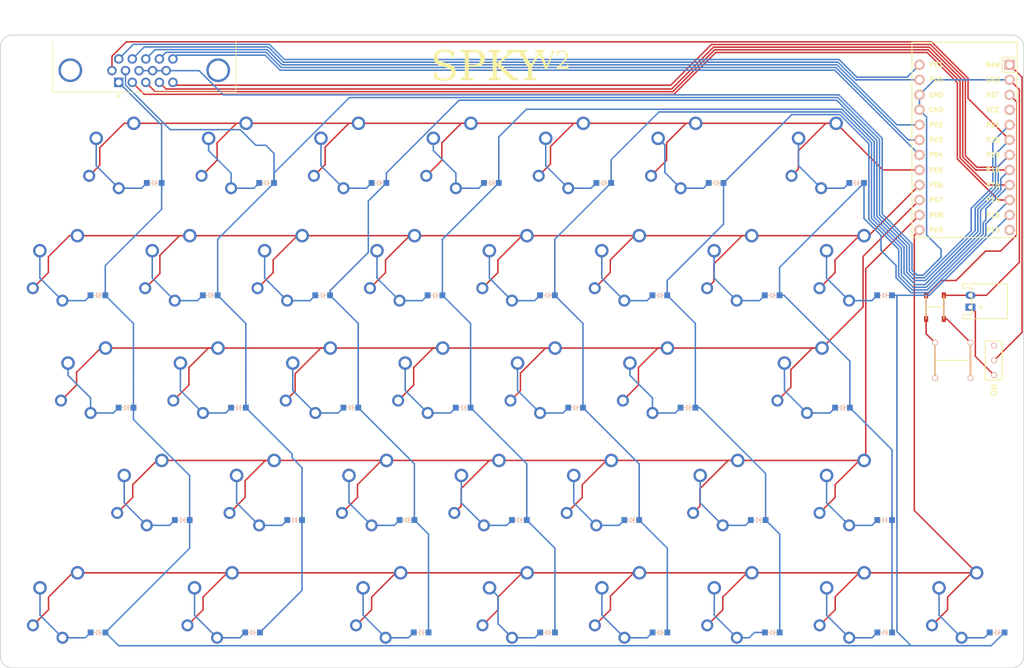
<source format=kicad_pcb>
(kicad_pcb (version 20221018) (generator pcbnew)
  (title_block (title "spkyv2_right") (rev "v1.0.0") (company "Unknown"))
  (layers (0 "F.Cu" signal) (31 "B.Cu" signal) (34 "B.Paste" user) (35 "F.Paste" user) (36 "B.SilkS" user "B.Silkscreen") (37 "F.SilkS" user "F.Silkscreen") (38 "B.Mask" user) (39 "F.Mask" user) (44 "Edge.Cuts" user))
  (net 0 "")
  (net 1 "P5")
  (net 2 "number_yhn")
  (net 3 "P16")
  (net 4 "number_ujm")
  (net 5 "P21")
  (net 6 "number_ik")
  (net 7 "P20")
  (net 8 "number_ol")
  (net 9 "P19")
  (net 10 "number_p0")
  (net 11 "P18")
  (net 12 "number_lb")
  (net 13 "P15")
  (net 14 "number_rb")
  (net 15 "P14")
  (net 16 "P6")
  (net 17 "qwer_yhn")
  (net 18 "qwer_ujm")
  (net 19 "qwer_ik")
  (net 20 "qwer_ol")
  (net 21 "qwer_p0")
  (net 22 "qwer_lb")
  (net 23 "qwer_rb")
  (net 24 "qwer_pipe")
  (net 25 "P7")
  (net 26 "asdf_yhn")
  (net 27 "asdf_ujm")
  (net 28 "asdf_ik")
  (net 29 "asdf_ol")
  (net 30 "asdf_p0")
  (net 31 "asdf_lb")
  (net 32 "asdf_rb")
  (net 33 "P8")
  (net 34 "zxcv_yhn")
  (net 35 "zxcv_ujm")
  (net 36 "zxcv_ik")
  (net 37 "zxcv_ol")
  (net 38 "zxcv_p0")
  (net 39 "zxcv_lb")
  (net 40 "zxcv_rb")
  (net 41 "P9")
  (net 42 "ctrl_yhn")
  (net 43 "ctrl_ujm")
  (net 44 "ctrl_ik")
  (net 45 "ctrl_ol")
  (net 46 "ctrl_p0")
  (net 47 "ctrl_lb")
  (net 48 "ctrl_rb")
  (net 49 "ctrl_pipe")
  (net 50 "RAW")
  (net 51 "GND")
  (net 52 "RST")
  (net 53 "VCC")
  (net 54 "P10")
  (net 55 "P1")
  (net 56 "P0")
  (net 57 "P2")
  (net 58 "P3")
  (net 59 "P4")
  (net 60 "pos")
  (footprint "E73:SPDT_C128955" (layer "F.Cu") (at 313.7625 188.7625 -90)
    (fp_text reference "T1" hide)
    (fp_text value "ON")
  )
  (footprint "E73:SW_TACT_ALPS_SKQGABE010" (layer "F.Cu") (at 303.7625 179.7625 90)
    (fp_text reference "B1" hide)
    (fp_text value "RESET" hide)
  )
  (footprint "ComboDiode" (layer "F.Cu") (at 162.2375 177.7625 180)
    (fp_text reference "D8" hide)
    (fp_text value "" hide)
  )
  (footprint "PG1350" (layer "F.Cu") (at 251.2375 172.7625 180)
    (fp_text reference "S26" hide)
    (fp_text value "" hide)
  )
  (footprint "PG1350" (layer "F.Cu") (at 237 191.7625 180)
    (fp_text reference "S40" hide)
    (fp_text value "" hide)
  )
  (footprint "MX" (layer "F.Cu") (at 289.25 210.7625)
    (fp_text reference "S57" hide)
    (fp_text value "" hide)
  )
  (footprint "ComboDiode" (layer "F.Cu") (at 273.875 215.7625 180)
    (fp_text reference "D28" hide)
    (fp_text value "" hide)
  )
  (footprint "PG1350" (layer "F.Cu") (at 175.2375 172.7625 180)
    (fp_text reference "S18" hide)
    (fp_text value "" hide)
  )
  (footprint "ComboDiode" (layer "F.Cu") (at 200.2375 177.7625 180)
    (fp_text reference "D10" hide)
    (fp_text value "" hide)
  )
  (footprint "PG1350" (layer "F.Cu") (at 199 191.7625 180)
    (fp_text reference "S36" hide)
    (fp_text value "" hide)
  )
  (footprint "MX" (layer "F.Cu") (at 289.2375 172.7625)
    (fp_text reference "S29" hide)
    (fp_text value "" hide)
  )
  (footprint "ComboDiode" (layer "F.Cu") (at 288.125 196.7625 180)
    (fp_text reference "D22" hide)
    (fp_text value "" hide)
  )
  (footprint "MX" (layer "F.Cu") (at 267.875 210.7625)
    (fp_text reference "S55" hide)
    (fp_text value "" hide)
  )
  (footprint "ComboDiode" (layer "F.Cu") (at 295.2375 177.7625 180)
    (fp_text reference "D15" hide)
    (fp_text value "" hide)
  )
  (footprint "MX" (layer "F.Cu") (at 184.7625 153.7625)
    (fp_text reference "S3" hide)
    (fp_text value "" hide)
  )
  (footprint "E73:SW_TACT_ALPS_SKQGABE010" (layer "F.Cu") (at 306.7625 188.7625 180)
    (fp_text reference "B2" hide)
    (fp_text value "RESET" hide)
  )
  (footprint "PG1350" (layer "F.Cu") (at 189.5 210.7625 180)
    (fp_text reference "S48" hide)
    (fp_text value "" hide)
  )
  (footprint "MountingHole_2.2mm_M2_ISO7380" (layer "F.Cu") (at 301.7625 171.7625 -90)
    (fp_text reference "")
    (fp_text value "")
  )
  (footprint "PG1350" (layer "F.Cu") (at 222.7625 153.7625 180)
    (fp_text reference "S8" hide)
    (fp_text value "" hide)
  )
  (footprint "MX" (layer "F.Cu") (at 180 191.7625)
    (fp_text reference "S33" hide)
    (fp_text value "" hide)
  )
  (footprint "ProMicro" (layer "F.Cu") (at 308.7625 152.7625 -90)
    (fp_text reference "MCU1" hide)
    (fp_text value "" hide)
  )
  (footprint "PG1350" (layer "F.Cu") (at 251.2625 229.7625 180)
    (fp_text reference "S68" hide)
    (fp_text value "" hide)
  )
  (footprint "ComboDiode" (layer "F.Cu") (at 176.5 215.7625 180)
    (fp_text reference "D23" hide)
    (fp_text value "" hide)
  )
  (footprint "ComboDiode" (layer "F.Cu") (at 209.7625 158.7625 180)
    (fp_text reference "D3" hide)
    (fp_text value "" hide)
  )
  (footprint "MX" (layer "F.Cu") (at 237 191.7625)
    (fp_text reference "S39" hide)
    (fp_text value "" hide)
  )
  (footprint "ComboDiode" (layer "F.Cu") (at 257.2625 234.7625 180)
    (fp_text reference "D34" hide)
    (fp_text value "" hide)
  )
  (footprint "PG1350" (layer "F.Cu") (at 227.5 210.7625 180)
    (fp_text reference "S52" hide)
    (fp_text value "" hide)
  )
  (footprint "MX" (layer "F.Cu") (at 218 191.7625)
    (fp_text reference "S37" hide)
    (fp_text value "" hide)
  )
  (footprint "ComboDiode" (layer "F.Cu") (at 295.2625 234.7625 180)
    (fp_text reference "D36" hide)
    (fp_text value "" hide)
  )
  (footprint "MX" (layer "F.Cu") (at 194.2375 172.7625)
    (fp_text reference "S19" hide)
    (fp_text value "" hide)
  )
  (footprint "MX" (layer "F.Cu") (at 260.7625 153.7625)
    (fp_text reference "S11" hide)
    (fp_text value "" hide)
  )
  (footprint "ComboDiode" (layer "F.Cu") (at 276.2375 177.7625 180)
    (fp_text reference "D14" hide)
    (fp_text value "" hide)
  )
  (footprint "MX" (layer "F.Cu") (at 282.125 191.7625)
    (fp_text reference "S43" hide)
    (fp_text value "" hide)
  )
  (footprint "ComboDiode" (layer "F.Cu") (at 276.2625 234.7625 180)
    (fp_text reference "D35" hide)
    (fp_text value "" hide)
  )
  (footprint "ComboDiode" (layer "F.Cu") (at 219.2375 177.7625 180)
    (fp_text reference "D11" hide)
    (fp_text value "" hide)
  )
  (footprint "PG1350" (layer "F.Cu") (at 232.2375 172.7625 180)
    (fp_text reference "S24" hide)
    (fp_text value "" hide)
  )
  (footprint "ComboDiode" (layer "F.Cu") (at 186 196.7625 180)
    (fp_text reference "D17" hide)
    (fp_text value "" hide)
  )
  (footprint "MountingHole_2.2mm_M2_ISO7380" (layer "F.Cu") (at 314.7625 171.7625 -90)
    (fp_text reference "")
    (fp_text value "")
  )
  (footprint "ComboDiode" (layer "F.Cu") (at 238.2375 177.7625 180)
    (fp_text reference "D12" hide)
    (fp_text value "" hide)
  )
  (footprint "MX" (layer "F.Cu") (at 199 191.7625)
    (fp_text reference "S35" hide)
    (fp_text value "" hide)
  )
  (footprint "DSUB-15-HD_Female_Horizontal_P2.29x1.98mm_EdgePinOffset9.40mm" (layer "F.Cu") (at 165.7625 141.7625 180)
    (fp_text reference "")
    (fp_text value "")
  )
  (footprint "MountingHole_2.2mm_M2_ISO7380" (layer "F.Cu") (at 314.7625 214.7625 -90)
    (fp_text reference "")
    (fp_text value "")
  )
  (footprint "ComboDiode" (layer "F.Cu") (at 228.7625 158.7625 180)
    (fp_text reference "D4" hide)
    (fp_text value "" hide)
  )
  (footprint "MountingHole_2.2mm_M2_ISO7380" (layer "F.Cu") (at 295.7625 138.7625 -90)
    (fp_text reference "")
    (fp_text value "")
  )
  (footprint "PG1350" (layer "F.Cu") (at 208.5 210.7625 180)
    (fp_text reference "S50" hide)
    (fp_text value "" hide)
  )
  (footprint "ComboDiode" (layer "F.Cu") (at 224 196.7625 180)
    (fp_text reference "D19" hide)
    (fp_text value "" hide)
  )
  (footprint "MX" (layer "F.Cu") (at 251.2375 172.7625)
    (fp_text reference "S25" hide)
    (fp_text value "" hide)
  )
  (footprint "ComboDiode" (layer "F.Cu") (at 167 196.7625 180)
    (fp_text reference "D16" hide)
    (fp_text value "" hide)
  )
  (footprint "PG1350" (layer "F.Cu") (at 203.7625 153.7625 180)
    (fp_text reference "S6" hide)
    (fp_text value "" hide)
  )
  (footprint "MX" (layer "F.Cu") (at 284.5125 153.7625)
    (fp_text reference "S13" hide)
    (fp_text value "" hide)
  )
  (footprint "PG1350" (layer "F.Cu") (at 282.125 191.7625 180)
    (fp_text reference "S44" hide)
    (fp_text value "" hide)
  )
  (footprint "PG1350" (layer "F.Cu") (at 156.2625 229.7625 180)
    (fp_text reference "S60" hide)
    (fp_text value "" hide)
  )
  (footprint "PG1350" (layer "F.Cu") (at 284.5125 153.7625 180)
    (fp_text reference "S14" hide)
    (fp_text value "" hide)
  )
  (footprint "PG1350" (layer "F.Cu") (at 256 191.7625 180)
    (fp_text reference "S42" hide)
    (fp_text value "" hide)
  )
  (footprint "PG1350" (layer "F.Cu") (at 289.2375 172.7625 180)
    (fp_text reference "S30" hide)
    (fp_text value "" hide)
  )
  (footprint "PG1350" (layer "F.Cu") (at 289.2625 229.7625 180)
    (fp_text reference "S72" hide)
    (fp_text value "" hide)
  )
  (footprint "PG1350" (layer "F.Cu") (at 194.2375 172.7625 180)
    (fp_text reference "S20" hide)
    (fp_text value "" hide)
  )
  (footprint "MX" (layer "F.Cu") (at 232.2625 229.7625)
    (fp_text reference "S65" hide)
    (fp_text value "" hide)
  )
  (footprint "MX" (layer "F.Cu") (at 270.2625 229.7625)
    (fp_text reference "S69" hide)
    (fp_text value "" hide)
  )
  (footprint "MX" (layer "F.Cu") (at 165.7625 153.7625)
    (fp_text reference "S1" hide)
    (fp_text value "" hide)
  )
  (footprint "MX" (layer "F.Cu") (at 308.2625 229.7625)
    (fp_text reference "S73" hide)
    (fp_text value "" hide)
  )
  (footprint "MX" (layer "F.Cu") (at 161 191.7625)
    (fp_text reference "S31" hide)
    (fp_text value "" hide)
  )
  (footprint "MX" (layer "F.Cu") (at 170.5 210.7625)
    (fp_text reference "S45" hide)
    (fp_text value "" hide)
  )
  (footprint "ComboDiode" (layer "F.Cu") (at 290.5125 158.7625 180)
    (fp_text reference "D7" hide)
    (fp_text value "" hide)
  )
  (footprint "MX" (layer "F.Cu") (at 210.8875 229.7625)
    (fp_text reference "S63" hide)
    (fp_text value "" hide)
  )
  (footprint "MX" (layer "F.Cu") (at 156.2625 229.7625)
    (fp_text reference "S59" hide)
    (fp_text value "" hide)
  )
  (footprint "ComboDiode" (layer "F.Cu") (at 188.3875 234.7625 180)
    (fp_text reference "D31" hide)
    (fp_text value "" hide)
  )
  (footprint "PG1350" (layer "F.Cu") (at 170.5 210.7625 180)
    (fp_text reference "S46" hide)
    (fp_text value "" hide)
  )
  (footprint "ComboDiode" (layer "F.Cu") (at 266.7625 158.7625 180)
    (fp_text reference "D6" hide)
    (fp_text value "" hide)
  )
  (footprint "ComboDiode" (layer "F.Cu") (at 314.2625 234.7625 180)
    (fp_text reference "D37" hide)
    (fp_text value "" hide)
  )
  (footprint "ComboDiode" (layer "F.Cu") (at 190.7625 158.7625 180)
    (fp_text reference "D2" hide)
    (fp_text value "" hide)
  )
  (footprint "ComboDiode" (layer "F.Cu") (at 181.2375 177.7625 180)
    (fp_text reference "D9" hide)
    (fp_text value "" hide)
  )
  (footprint "PG1350" (layer "F.Cu") (at 267.875 210.7625 180)
    (fp_text reference "S56" hide)
    (fp_text value "" hide)
  )
  (footprint "ComboDiode" (layer "F.Cu") (at 195.5 215.7625 180)
    (fp_text reference "D24" hide)
    (fp_text value "" hide)
  )
  (footprint "MX" (layer "F.Cu") (at 270.2375 172.7625)
    (fp_text reference "S27" hide)
    (fp_text value "" hide)
  )
  (footprint "MX" (layer "F.Cu") (at 227.5 210.7625)
    (fp_text reference "S51" hide)
    (fp_text value "" hide)
  )
  (footprint "MX" (layer "F.Cu") (at 189.5 210.7625)
    (fp_text reference "S47" hide)
    (fp_text value "" hide)
  )
  (footprint "PG1350" (layer "F.Cu") (at 308.2625 229.7625 180)
    (fp_text reference "S74" hide)
    (fp_text value "" hide)
  )
  (footprint "MX" (layer "F.Cu") (at 246.5 210.7625)
    (fp_text reference "S53" hide)
    (fp_text value "" hide)
  )
  (footprint "MX" (layer "F.Cu") (at 251.2625 229.7625)
    (fp_text reference "S67" hide)
    (fp_text value "" hide)
  )
  (footprint "MX" (layer "F.Cu") (at 289.2625 229.7625)
    (fp_text reference "S71" hide)
    (fp_text value "" hide)
  )
  (footprint "ComboDiode" (layer "F.Cu") (at 233.5 215.7625 180)
    (fp_text reference "D26" hide)
    (fp_text value "" hide)
  )
  (footprint "PG1350" (layer "F.Cu") (at 270.2375 172.7625 180)
    (fp_text reference "S28" hide)
    (fp_text value "" hide)
  )
  (footprint "MX" (layer "F.Cu") (at 182.3875 229.7625)
    (fp_text reference "S61" hide)
    (fp_text value "" hide)
  )
  (footprint "ComboDiode" (layer "F.Cu") (at 247.7625 158.7625 180)
    (fp_text reference "D5" hide)
    (fp_text value "" hide)
  )
  (footprint "MountingHole_2.2mm_M2_ISO7380" (layer "F.Cu") (at 149.7625 138.7625 -90)
    (fp_text reference "")
    (fp_text value "")
  )
  (footprint "PG1350" (layer "F.Cu") (at 213.2375 172.7625 180)
    (fp_text reference "S22" hide)
    (fp_text value "" hide)
  )
  (footprint "ComboDiode" (layer "F.Cu") (at 214.5 215.7625 180)
    (fp_text reference "D25" hide)
    (fp_text value "" hide)
  )
  (footprint "PG1350" (layer "F.Cu") (at 161 191.7625 180)
    (fp_text reference "S32" hide)
    (fp_text value "" hide)
  )
  (footprint "PG1350" (layer "F.Cu") (at 180 191.7625 180)
    (fp_text reference "S34" hide)
    (fp_text value "" hide)
  )
  (footprint "MX" (layer "F.Cu") (at 232.2375 172.7625)
    (fp_text reference "S23" hide)
    (fp_text value "" hide)
  )
  (footprint "ComboDiode" (layer "F.Cu") (at 262 196.7625 180)
    (fp_text reference "D21" hide)
    (fp_text value "" hide)
  )
  (footprint "MountingHole_2.2mm_M2_ISO7380" (layer "F.Cu") (at 149.7625 214.7625 -90)
    (fp_text reference "")
    (fp_text value "")
  )
  (footprint "JST_PH_S2B-PH-K_02x2.00mm_Angled" (layer "F.Cu") (at 309.7625 178.7625 90)
    (fp_text reference "JST1" hide)
    (fp_text value "" hide)
  )
  (footprint "MX" (layer "F.Cu") (at 213.2375 172.7625)
    (fp_text reference "S21" hide)
    (fp_text value "" hide)
  )
  (footprint "MX" (layer "F.Cu") (at 208.5 210.7625)
    (fp_text reference "S49" hide)
    (fp_text value "" hide)
  )
  (footprint "MX" (layer "F.Cu") (at 175.2375 172.7625)
    (fp_text reference "S17" hide)
    (fp_text value "" hide)
  )
  (footprint "ComboDiode" (layer "F.Cu") (at 216.8875 234.7625 180)
    (fp_text reference "D32" hide)
    (fp_text value "" hide)
  )
  (footprint "PG1350" (layer "F.Cu") (at 270.2625 229.7625 180)
    (fp_text reference "S70" hide)
    (fp_text value "" hide)
  )
  (footprint "MX" (layer "F.Cu") (at 222.7625 153.7625)
    (fp_text reference "S7" hide)
    (fp_text value "" hide)
  )
  (footprint "PG1350" (layer "F.Cu") (at 232.2625 229.7625 180)
    (fp_text reference "S66" hide)
    (fp_text value "" hide)
  )
  (footprint "PG1350" (layer "F.Cu") (at 182.3875 229.7625 180)
    (fp_text reference "S62" hide)
    (fp_text value "" hide)
  )
  (footprint "ComboDiode" (layer "F.Cu") (at 171.7625 158.7625 180)
    (fp_text reference "D1" hide)
    (fp_text value "" hide)
  )
  (footprint "PG1350" (layer "F.Cu") (at 156.2375 172.7625 180)
    (fp_text reference "S16" hide)
    (fp_text value "" hide)
  )
  (footprint "PG1350" (layer "F.Cu") (at 210.8875 229.7625 180)
    (fp_text reference "S64" hide)
    (fp_text value "" hide)
  )
  (footprint "MX" (layer "F.Cu") (at 256 191.7625)
    (fp_text reference "S41" hide)
    (fp_text value "" hide)
  )
  (footprint "ComboDiode" (layer "F.Cu") (at 162.2625 234.7625 180)
    (fp_text reference "D30" hide)
    (fp_text value "" hide)
  )
  (footprint "PG1350" (layer "F.Cu") (at 241.7625 153.7625 180)
    (fp_text reference "S10" hide)
    (fp_text value "" hide)
  )
  (footprint "MX" (layer "F.Cu") (at 203.7625 153.7625)
    (fp_text reference "S5" hide)
    (fp_text value "" hide)
  )
  (footprint "MX" (layer "F.Cu") (at 241.7625 153.7625)
    (fp_text reference "S9" hide)
    (fp_text value "" hide)
  )
  (footprint "ComboDiode" (layer "F.Cu") (at 295.25 215.7625 180)
    (fp_text reference "D29" hide)
    (fp_text value "" hide)
  )
  (footprint "ComboDiode" (layer "F.Cu") (at 243 196.7625 180)
    (fp_text reference "D20" hide)
    (fp_text value "" hide)
  )
  (footprint "ComboDiode" (layer "F.Cu") (at 252.5 215.7625 180)
    (fp_text reference "D27" hide)
    (fp_text value "" hide)
  )
  (footprint "MX" (layer "F.Cu") (at 156.2375 172.7625)
    (fp_text reference "S15" hide)
    (fp_text value "" hide)
  )
  (footprint "PG1350" (layer "F.Cu") (at 184.7625 153.7625 180)
    (fp_text reference "S4" hide)
    (fp_text value "" hide)
  )
  (footprint "PG1350" (layer "F.Cu") (at 260.7625 153.7625 180)
    (fp_text reference "S12" hide)
    (fp_text value "" hide)
  )
  (footprint "PG1350" (layer "F.Cu") (at 289.25 210.7625 180)
    (fp_text reference "S58" hide)
    (fp_text value "" hide)
  )
  (footprint "PG1350" (layer "F.Cu") (at 218 191.7625 180)
    (fp_text reference "S38" hide)
    (fp_text value "" hide)
  )
  (footprint "PG1350" (layer "F.Cu") (at 165.7625 153.7625 180)
    (fp_text reference "S2" hide)
    (fp_text value "" hide)
  )
  (footprint "ComboDiode" (layer "F.Cu") (at 257.2375 177.7625 180)
    (fp_text reference "D13" hide)
    (fp_text value "" hide)
  )
  (footprint "ComboDiode" (layer "F.Cu") (at 205 196.7625 180)
    (fp_text reference "D18" hide)
    (fp_text value "" hide)
  )
  (footprint "PG1350" (layer "F.Cu") (at 246.5 210.7625 180)
    (fp_text reference "S54" hide)
    (fp_text value "" hide)
  )
  (footprint "ComboDiode" (layer "F.Cu") (at 238.2625 234.7625 180)
    (fp_text reference "D33" hide)
    (fp_text value "" hide)
  )
  (gr_arc (start 145.7625 135.7625) (mid 146.348286 134.348286) (end 147.7625 133.7625) (stroke (width 0.15)) (layer "Edge.Cuts"))
  (gr_arc (start 316.7625 133.7625) (mid 318.176714 134.348286) (end 318.7625 135.7625) (stroke (width 0.15)) (layer "Edge.Cuts"))
  (gr_line (start 147.7625 240.7625) (end 316.7625 240.7625) (stroke (width 0.15)) (layer "Edge.Cuts"))
  (gr_line (start 318.7625 238.7625) (end 318.7625 135.7625) (stroke (width 0.15)) (layer "Edge.Cuts"))
  (gr_arc (start 318.7625 238.7625) (mid 318.176714 240.176714) (end 316.7625 240.7625) (stroke (width 0.15)) (layer "Edge.Cuts"))
  (gr_arc (start 147.7625 240.7625) (mid 146.348286 240.176714) (end 145.7625 238.7625) (stroke (width 0.15)) (layer "Edge.Cuts"))
  (gr_line (start 145.7625 135.7625) (end 145.7625 238.7625) (stroke (width 0.15)) (layer "Edge.Cuts"))
  (gr_line (start 316.7625 133.7625) (end 147.7625 133.7625) (stroke (width 0.15)) (layer "Edge.Cuts"))
  (gr_text "SPKY" (at 218.44 142.24) (layer "F.SilkS") (effects (font (size 5 5)) (justify left bottom)))
  (gr_text "V2" (at 236.5 140) (layer "F.SilkS") (effects (font (size 3 3)) (justify left bottom)))
  (segment (start 280.6584 156.4166) (end 279.5125 157.5625) (width 0.25) (layer "F.Cu") (net 1))
  (segment (start 223.686054 148.6825) (end 220.3936 151.974954) (width 0.25) (layer "F.Cu") (net 1))
  (segment (start 220.3936 154.9314) (end 217.7625 157.5625) (width 0.25) (layer "F.Cu") (net 1))
  (segment (start 261.686054 148.6825) (end 258.3936 151.974954) (width 0.25) (layer "F.Cu") (net 1))
  (segment (start 166.686054 148.6825) (end 162.56 152.808554) (width 0.25) (layer "F.Cu") (net 1))
  (segment (start 263.3025 148.6825) (end 261.686054 148.6825) (width 0.25) (layer "F.Cu") (net 1))
  (segment (start 206.3025 148.6825) (end 187.3025 148.6825) (width 0.25) (layer "F.Cu") (net 1))
  (segment (start 225.3025 148.6825) (end 223.686054 148.6825) (width 0.25) (layer "F.Cu") (net 1))
  (segment (start 185.686054 148.6825) (end 182.3936 151.974954) (width 0.25) (layer "F.Cu") (net 1))
  (segment (start 220.3936 151.974954) (end 220.3936 154.9314) (width 0.25) (layer "F.Cu") (net 1))
  (segment (start 244.3025 148.6825) (end 242.686054 148.6825) (width 0.25) (layer "F.Cu") (net 1))
  (segment (start 244.3025 148.6825) (end 225.3025 148.6825) (width 0.25) (layer "F.Cu") (net 1))
  (segment (start 200.66 155.665) (end 198.7625 157.5625) (width 0.25) (layer "F.Cu") (net 1))
  (segment (start 242.686054 148.6825) (end 238.76 152.608554) (width 0.25) (layer "F.Cu") (net 1))
  (segment (start 182.3936 151.974954) (end 182.3936 154.9314) (width 0.25) (layer "F.Cu") (net 1))
  (segment (start 263.3025 148.6825) (end 287.0525 148.6825) (width 0.25) (layer "F.Cu") (net 1))
  (segment (start 225.3025 148.6825) (end 206.3025 148.6825) (width 0.25) (layer "F.Cu") (net 1))
  (segment (start 258.3936 151.974954) (end 258.3936 154.9314) (width 0.25) (layer "F.Cu") (net 1))
  (segment (start 258.3936 154.9314) (end 255.7625 157.5625) (width 0.25) (layer "F.Cu") (net 1))
  (segment (start 200.66 152.708554) (end 200.66 155.665) (width 0.25) (layer "F.Cu") (net 1))
  (segment (start 285.318566 148.6825) (end 280.6584 153.342666) (width 0.25) (layer "F.Cu") (net 1))
  (segment (start 280.6584 153.342666) (end 280.6584 156.4166) (width 0.25) (layer "F.Cu") (net 1))
  (segment (start 204.686054 148.6825) (end 200.66 152.708554) (width 0.25) (layer "F.Cu") (net 1))
  (segment (start 287.0525 148.6825) (end 285.318566 148.6825) (width 0.25) (layer "F.Cu") (net 1))
  (segment (start 238.76 155.565) (end 236.7625 157.5625) (width 0.25) (layer "F.Cu") (net 1))
  (segment (start 162.56 152.808554) (end 162.56 155.765) (width 0.25) (layer "F.Cu") (net 1))
  (segment (start 168.3025 148.6825) (end 166.686054 148.6825) (width 0.25) (layer "F.Cu") (net 1))
  (segment (start 187.3025 148.6825) (end 168.3025 148.6825) (width 0.25) (layer "F.Cu") (net 1))
  (segment (start 294.9425 156.5725) (end 287.0525 148.6825) (width 0.25) (layer "F.Cu") (net 1))
  (segment (start 238.76 152.608554) (end 238.76 155.565) (width 0.25) (layer "F.Cu") (net 1))
  (segment (start 206.3025 148.6825) (end 204.686054 148.6825) (width 0.25) (layer "F.Cu") (net 1))
  (segment (start 301.1425 156.5725) (end 294.9425 156.5725) (width 0.25) (layer "F.Cu") (net 1))
  (segment (start 263.3025 148.6825) (end 244.3025 148.6825) (width 0.25) (layer "F.Cu") (net 1))
  (segment (start 182.3936 154.9314) (end 179.7625 157.5625) (width 0.25) (layer "F.Cu") (net 1))
  (segment (start 162.56 155.765) (end 160.7625 157.5625) (width 0.25) (layer "F.Cu") (net 1))
  (segment (start 187.3025 148.6825) (end 185.686054 148.6825) (width 0.25) (layer "F.Cu") (net 1))
  (segment (start 161.9525 155.8525) (end 165.7625 159.6625) (width 0.25) (layer "B.Cu") (net 2))
  (segment (start 161.9525 151.2225) (end 161.9525 155.8525) (width 0.25) (layer "B.Cu") (net 2))
  (segment (start 169.6125 159.6625) (end 170.5125 158.7625) (width 0.25) (layer "B.Cu") (net 2))
  (segment (start 165.7625 159.6625) (end 169.6125 159.6625) (width 0.25) (layer "B.Cu") (net 2))
  (segment (start 173.0125 149.0125) (end 173.0125 158.7625) (width 0.25) (layer "B.Cu") (net 3))
  (segment (start 297.325 215.9) (end 297.3375 215.9125) (width 0.25) (layer "B.Cu") (net 3))
  (segment (start 302.8125 177.7625) (end 296.4875 177.7625) (width 0.25) (layer "B.Cu") (net 3))
  (segment (start 168.25 198.7568) (end 175.2332 205.74) (width 0.25) (layer "B.Cu") (net 3))
  (segment (start 175.26 205.74) (end 177.75 208.23) (width 0.25) (layer "B.Cu") (net 3))
  (segment (start 177.75 215.7625) (end 177.75 220.525) (width 0.25) (layer "B.Cu") (net 3))
  (segment (start 297.325 177.85) (end 297.325 215.9) (width 0.25) (layer "B.Cu") (net 3))
  (segment (start 175.2332 205.74) (end 175.26 205.74) (width 0.25) (layer "B.Cu") (net 3))
  (segment (start 165.7535 237.0035) (end 299.72 237.0035) (width 0.25) (layer "B.Cu") (net 3))
  (segment (start 168.25 182.525) (end 168.25 196.7625) (width 0.25) (layer "B.Cu") (net 3))
  (segment (start 163.4875 172.746184) (end 163.4875 177.7625) (width 0.25) (layer "B.Cu") (net 3))
  (segment (start 163.5125 234.7625) (end 165.7535 237.0035) (width 0.25) (layer "B.Cu") (net 3))
  (segment (start 173.0125 163.221184) (end 163.4875 172.746184) (width 0.25) (layer "B.Cu") (net 3))
  (segment (start 296.4875 177.7625) (end 297.2375 177.7625) (width 0.25) (layer "B.Cu") (net 3))
  (segment (start 313.2715 237.0035) (end 315.5125 234.7625) (width 0.25) (layer "B.Cu") (net 3))
  (segment (start 168.25 196.7625) (end 168.25 198.7568) (width 0.25) (layer "B.Cu") (net 3))
  (segment (start 177.75 208.23) (end 177.75 215.7625) (width 0.25) (layer "B.Cu") (net 3))
  (segment (start 316.3825 164.1925) (end 302.8125 177.7625) (width 0.25) (layer "B.Cu") (net 3))
  (segment (start 297.3375 215.9125) (end 297.3375 234.621) (width 0.25) (layer "B.Cu") (net 3))
  (segment (start 177.75 220.525) (end 163.5125 234.7625) (width 0.25) (layer "B.Cu") (net 3))
  (segment (start 297.2375 177.7625) (end 297.325 177.85) (width 0.25) (layer "B.Cu") (net 3))
  (segment (start 163.4875 177.7625) (end 168.25 182.525) (width 0.25) (layer "B.Cu") (net 3))
  (segment (start 297.3375 234.621) (end 299.72 237.0035) (width 0.25) (layer "B.Cu") (net 3))
  (segment (start 165.7625 141.7625) (end 173.0125 149.0125) (width 0.25) (layer "B.Cu") (net 3))
  (segment (start 173.0125 158.7625) (end 173.0125 163.221184) (width 0.25) (layer "B.Cu") (net 3))
  (segment (start 299.72 237.0035) (end 313.2715 237.0035) (width 0.25) (layer "B.Cu") (net 3))
  (segment (start 188.6125 159.6625) (end 189.5125 158.7625) (width 0.25) (layer "B.Cu") (net 4))
  (segment (start 184.7625 159.6625) (end 188.6125 159.6625) (width 0.25) (layer "B.Cu") (net 4))
  (segment (start 184.7625 157.112631) (end 184.7625 159.6625) (width 0.25) (layer "B.Cu") (net 4))
  (segment (start 180.9525 153.302631) (end 184.7625 157.112631) (width 0.25) (layer "B.Cu") (net 4))
  (segment (start 180.9525 151.2225) (end 180.9525 153.302631) (width 0.25) (layer "B.Cu") (net 4))
  (segment (start 192.0125 157.086434) (end 192.0125 158.7625) (width 0.25) (layer "B.Cu") (net 5))
  (segment (start 196.75 215.7625) (end 196.75 227.65) (width 0.25) (layer "B.Cu") (net 5))
  (segment (start 309.88 163.069416) (end 309.88 166.876624) (width 0.25) (layer "B.Cu") (net 5))
  (segment (start 166.9075 139.7825) (end 166.9075 142.208491) (width 0.25) (layer "B.Cu") (net 5))
  (segment (start 301.946624 174.81) (end 300.542792 174.81) (width 0.25) (layer "B.Cu") (net 5))
  (segment (start 186.298434 149.7545) (end 188.943934 152.4) (width 0.25) (layer "B.Cu") (net 5))
  (segment (start 313.549302 159.400114) (end 309.88 163.069416) (width 0.25) (layer "B.Cu") (net 5))
  (segment (start 316.3825 148.9525) (end 313.549302 151.785698) (width 0.25) (layer "B.Cu") (net 5))
  (segment (start 313.549302 151.785698) (end 313.549302 159.400114) (width 0.25) (layer "B.Cu") (net 5))
  (segment (start 188.943934 152.4) (end 190.633684 152.4) (width 0.25) (layer "B.Cu") (net 5))
  (segment (start 192.0125 158.7625) (end 182.4875 168.2875) (width 0.25) (layer "B.Cu") (net 5))
  (segment (start 195.087784 204.600284) (end 195.087784 205.247784) (width 0.25) (layer "B.Cu") (net 5))
  (segment (start 294.3875 151.39585) (end 287.32165 144.33) (width 0.25) (layer "B.Cu") (net 5))
  (segment (start 190.633684 152.4) (end 192.0125 153.778816) (width 0.25) (layer "B.Cu") (net 5))
  (segment (start 192.0125 153.778816) (end 192.0125 158.7625) (width 0.25) (layer "B.Cu") (net 5))
  (segment (start 182.4875 168.2875) (end 182.4875 177.7625) (width 0.25) (layer "B.Cu") (net 5))
  (segment (start 187.25 196.7625) (end 195.087784 204.600284) (width 0.25) (layer "B.Cu") (net 5))
  (segment (start 195.087784 205.247784) (end 196.75 206.91) (width 0.25) (layer "B.Cu") (net 5))
  (segment (start 204.768934 144.33) (end 192.0125 157.086434) (width 0.25) (layer "B.Cu") (net 5))
  (segment (start 174.453509 149.7545) (end 186.298434 149.7545) (width 0.25) (layer "B.Cu") (net 5))
  (segment (start 300.542792 174.81) (end 299.43 173.697208) (width 0.25) (layer "B.Cu") (net 5))
  (segment (start 166.9075 142.208491) (end 174.453509 149.7545) (width 0.25) (layer "B.Cu") (net 5))
  (segment (start 299.43 173.697208) (end 299.43 169.24802) (width 0.25) (layer "B.Cu") (net 5))
  (segment (start 309.88 166.876624) (end 301.946624 174.81) (width 0.25) (layer "B.Cu") (net 5))
  (segment (start 182.4875 177.7625) (end 187.25 182.525) (width 0.25) (layer "B.Cu") (net 5))
  (segment (start 187.25 182.525) (end 187.25 196.7625) (width 0.25) (layer "B.Cu") (net 5))
  (segment (start 299.43 169.24802) (end 294.3875 164.20552) (width 0.25) (layer "B.Cu") (net 5))
  (segment (start 287.32165 144.33) (end 204.768934 144.33) (width 0.25) (layer "B.Cu") (net 5))
  (segment (start 294.3875 164.20552) (end 294.3875 151.39585) (width 0.25) (layer "B.Cu") (net 5))
  (segment (start 196.75 227.65) (end 189.6375 234.7625) (width 0.25) (layer "B.Cu") (net 5))
  (segment (start 196.75 206.91) (end 196.75 215.7625) (width 0.25) (layer "B.Cu") (net 5))
  (segment (start 199.9525 155.8525) (end 203.7625 159.6625) (width 0.25) (layer "B.Cu") (net 6))
  (segment (start 199.9525 151.2225) (end 199.9525 155.8525) (width 0.25) (layer "B.Cu") (net 6))
  (segment (start 207.6125 159.6625) (end 208.5125 158.7625) (width 0.25) (layer "B.Cu") (net 6))
  (segment (start 203.7625 159.6625) (end 207.6125 159.6625) (width 0.25) (layer "B.Cu") (net 6))
  (segment (start 309.353198 141.071218) (end 309.353198 144.463198) (width 0.25) (layer "F.Cu") (net 7))
  (segment (start 303.19198 134.91) (end 309.353198 141.071218) (width 0.25) (layer "F.Cu") (net 7))
  (segment (start 164.6175 139.7825) (end 164.6175 137.356509) (width 0.25) (layer "F.Cu") (net 7))
  (segment (start 164.6175 137.356509) (end 167.064009 134.91) (width 0.25) (layer "F.Cu") (net 7))
  (segment (start 167.064009 134.91) (end 303.19198 134.91) (width 0.25) (layer "F.Cu") (net 7))
  (segment (start 309.353198 144.463198) (end 316.3825 151.4925) (width 0.25) (layer "F.Cu") (net 7))
  (segment (start 201.4875 177.7625) (end 206.25 182.525) (width 0.25) (layer "B.Cu") (net 7))
  (segment (start 223.318934 144.78) (end 211.0125 157.086434) (width 0.25) (layer "B.Cu") (net 7))
  (segment (start 298.98 173.883604) (end 298.98 169.434416) (width 0.25) (layer "B.Cu") (net 7))
  (segment (start 293.9375 151.582246) (end 287.135254 144.78) (width 0.25) (layer "B.Cu") (net 7))
  (segment (start 215.75 206.2625) (end 215.75 215.7625) (width 0.25) (layer "B.Cu") (net 7))
  (segment (start 201.4875 176.9725) (end 201.4875 177.7625) (width 0.25) (layer "B.Cu") (net 7))
  (segment (start 211.0125 158.7625) (end 207.9595 161.8155) (width 0.25) (layer "B.Cu") (net 7))
  (segment (start 310.559302 166.833718) (end 302.13302 175.26) (width 0.25) (layer "B.Cu") (net 7))
  (segment (start 287.135254 144.78) (end 223.318934 144.78) (width 0.25) (layer "B.Cu") (net 7))
  (segment (start 316.3825 151.4925) (end 313.999302 153.875698) (width 0.25) (layer "B.Cu") (net 7))
  (segment (start 313.999302 159.58651) (end 310.559302 163.02651) (width 0.25) (layer "B.Cu") (net 7))
  (segment (start 215.75 215.7625) (end 218.1375 218.15) (width 0.25) (layer "B.Cu") (net 7))
  (segment (start 207.9595 161.8155) (end 207.9595 170.5005) (width 0.25) (layer "B.Cu") (net 7))
  (segment (start 313.999302 153.875698) (end 313.999302 159.58651) (width 0.25) (layer "B.Cu") (net 7))
  (segment (start 206.25 182.525) (end 206.25 196.7625) (width 0.25) (layer "B.Cu") (net 7))
  (segment (start 218.1375 218.15) (end 218.1375 234.7625) (width 0.25) (layer "B.Cu") (net 7))
  (segment (start 211.0125 157.086434) (end 211.0125 158.7625) (width 0.25) (layer "B.Cu") (net 7))
  (segment (start 302.13302 175.26) (end 300.356396 175.26) (width 0.25) (layer "B.Cu") (net 7))
  (segment (start 300.356396 175.26) (end 298.98 173.883604) (width 0.25) (layer "B.Cu") (net 7))
  (segment (start 293.9375 164.391916) (end 293.9375 151.582246) (width 0.25) (layer "B.Cu") (net 7))
  (segment (start 206.25 196.7625) (end 215.75 206.2625) (width 0.25) (layer "B.Cu") (net 7))
  (segment (start 298.98 169.434416) (end 293.9375 164.391916) (width 0.25) (layer "B.Cu") (net 7))
  (segment (start 310.559302 163.02651) (end 310.559302 166.833718) (width 0.25) (layer "B.Cu") (net 7))
  (segment (start 207.9595 170.5005) (end 201.4875 176.9725) (width 0.25) (layer "B.Cu") (net 7))
  (segment (start 218.9525 153.302631) (end 222.7625 157.112631) (width 0.25) (layer "B.Cu") (net 8))
  (segment (start 218.9525 151.2225) (end 218.9525 153.302631) (width 0.25) (layer "B.Cu") (net 8))
  (segment (start 222.7625 159.6625) (end 226.6125 159.6625) (width 0.25) (layer "B.Cu") (net 8))
  (segment (start 222.7625 157.112631) (end 222.7625 159.6625) (width 0.25) (layer "B.Cu") (net 8))
  (segment (start 226.6125 159.6625) (end 227.5125 158.7625) (width 0.25) (layer "B.Cu") (net 8))
  (segment (start 175.4 142.24) (end 259.08 142.24) (width 0.25) (layer "F.Cu") (net 9))
  (segment (start 310.858084 156.1225) (end 314.2925 156.1225) (width 0.25) (layer "F.Cu") (net 9))
  (segment (start 174.9225 141.7625) (end 175.4 142.24) (width 0.25) (layer "F.Cu") (net 9))
  (segment (start 314.2925 156.1225) (end 316.3825 154.0325) (width 0.25) (layer "F.Cu") (net 9))
  (segment (start 303.005584 135.36) (end 308.903198 141.257614) (width 0.25) (layer "F.Cu") (net 9))
  (segment (start 265.96 135.36) (end 303.005584 135.36) (width 0.25) (layer "F.Cu") (net 9))
  (segment (start 308.903198 154.167614) (end 310.858084 156.1225) (width 0.25) (layer "F.Cu") (net 9))
  (segment (start 259.08 142.24) (end 265.96 135.36) (width 0.25) (layer "F.Cu") (net 9))
  (segment (start 308.903198 141.257614) (end 308.903198 154.167614) (width 0.25) (layer "F.Cu") (net 9))
  (segment (start 234.75 215.7625) (end 239.5125 220.525) (width 0.25) (layer "B.Cu") (net 9))
  (segment (start 288.033358 146.3145) (end 234.6855 146.3145) (width 0.25) (layer "B.Cu") (net 9))
  (segment (start 220.4875 177.7625) (end 225.25 182.525) (width 0.25) (layer "B.Cu") (net 9))
  (segment (start 311.009302 167.020114) (end 302.066916 175.9625) (width 0.25) (layer "B.Cu") (net 9))
  (segment (start 234.75 206.2625) (end 234.75 215.7625) (width 0.25) (layer "B.Cu") (net 9))
  (segment (start 293.4875 151.768642) (end 288.033358 146.3145) (width 0.25) (layer "B.Cu") (net 9))
  (segment (start 314.449302 155.965698) (end 314.449302 159.772906) (width 0.25) (layer "B.Cu") (net 9))
  (segment (start 298.53 174.07) (end 298.53 169.620812) (width 0.25) (layer "B.Cu") (net 9))
  (segment (start 220.4875 168.2875) (end 220.4875 177.7625) (width 0.25) (layer "B.Cu") (net 9))
  (segment (start 311.009302 163.212906) (end 311.009302 167.020114) (width 0.25) (layer "B.Cu") (net 9))
  (segment (start 225.25 182.525) (end 225.25 196.7625) (width 0.25) (layer "B.Cu") (net 9))
  (segment (start 234.6855 146.3145) (end 230.0125 150.9875) (width 0.25) (layer "B.Cu") (net 9))
  (segment (start 314.449302 159.772906) (end 311.009302 163.212906) (width 0.25) (layer "B.Cu") (net 9))
  (segment (start 298.53 169.620812) (end 293.4875 164.578312) (width 0.25) (layer "B.Cu") (net 9))
  (segment (start 239.5125 220.525) (end 239.5125 234.7625) (width 0.25) (layer "B.Cu") (net 9))
  (segment (start 225.25 196.7625) (end 234.75 206.2625) (width 0.25) (layer "B.Cu") (net 9))
  (segment (start 230.0125 150.9875) (end 230.0125 158.7625) (width 0.25) (layer "B.Cu") (net 9))
  (segment (start 300.4225 175.9625) (end 298.53 174.07) (width 0.25) (layer "B.Cu") (net 9))
  (segment (start 302.066916 175.9625) (end 300.4225 175.9625) (width 0.25) (layer "B.Cu") (net 9))
  (segment (start 230.0125 158.7625) (end 220.4875 168.2875) (width 0.25) (layer "B.Cu") (net 9))
  (segment (start 316.3825 154.0325) (end 314.449302 155.965698) (width 0.25) (layer "B.Cu") (net 9))
  (segment (start 293.4875 164.578312) (end 293.4875 151.768642) (width 0.25) (layer "B.Cu") (net 9))
  (segment (start 245.6125 159.6625) (end 246.5125 158.7625) (width 0.25) (layer "B.Cu") (net 10))
  (segment (start 241.7625 159.6625) (end 245.6125 159.6625) (width 0.25) (layer "B.Cu") (net 10))
  (segment (start 237.9525 151.2225) (end 237.9525 155.8525) (width 0.25) (layer "B.Cu") (net 10))
  (segment (start 237.9525 155.8525) (end 241.7625 159.6625) (width 0.25) (layer "B.Cu") (net 10))
  (segment (start 173.7575 142.8875) (end 259.249708 142.8875) (width 0.25) (layer "F.Cu") (net 11))
  (segment (start 302.819188 135.81) (end 308.453198 141.44401) (width 0.25) (layer "F.Cu") (net 11))
  (segment (start 259.249708 142.8875) (end 266.327208 135.81) (width 0.25) (layer "F.Cu") (net 11))
  (segment (start 172.6325 141.7625) (end 173.7575 142.8875) (width 0.25) (layer "F.Cu") (net 11))
  (segment (start 266.327208 135.81) (end 302.819188 135.81) (width 0.25) (layer "F.Cu") (net 11))
  (segment (start 308.453198 141.44401) (end 308.453198 154.35401) (width 0.25) (layer "F.Cu") (net 11))
  (segment (start 310.7875 156.5725) (end 316.3825 156.5725) (width 0.25) (layer "F.Cu") (net 11))
  (segment (start 308.453198 154.35401) (end 310.729594 156.630406) (width 0.25) (layer "F.Cu") (net 11))
  (segment (start 310.729594 156.630406) (end 310.7875 156.5725) (width 0.25) (layer "F.Cu") (net 11))
  (segment (start 239.4875 177.7625) (end 244.25 182.525) (width 0.25) (layer "B.Cu") (net 11))
  (segment (start 253.75 215.7625) (end 258.5125 220.525) (width 0.25) (layer "B.Cu") (net 11))
  (segment (start 253.75 206.2625) (end 253.75 215.7625) (width 0.25) (layer "B.Cu") (net 11))
  (segment (start 316.3825 156.5725) (end 314.899302 158.055698) (width 0.25) (layer "B.Cu") (net 11))
  (segment (start 287.846962 146.7645) (end 257.0955 146.7645) (width 0.25) (layer "B.Cu") (net 11))
  (segment (start 311.459302 163.399302) (end 311.459302 167.20651) (width 0.25) (layer "B.Cu") (net 11))
  (segment (start 314.899302 159.959302) (end 311.459302 163.399302) (width 0.25) (layer "B.Cu") (net 11))
  (segment (start 239.4875 168.2875) (end 239.4875 177.7625) (width 0.25) (layer "B.Cu") (net 11))
  (segment (start 293.0375 164.764708) (end 293.0375 151.955038) (width 0.25) (layer "B.Cu") (net 11))
  (segment (start 293.0375 151.955038) (end 287.846962 146.7645) (width 0.25) (layer "B.Cu") (net 11))
  (segment (start 257.0955 146.7645) (end 249.0125 154.8475) (width 0.25) (layer "B.Cu") (net 11))
  (segment (start 300.092792 176.4125) (end 298.08 174.399708) (width 0.25) (layer "B.Cu") (net 11))
  (segment (start 302.253312 176.4125) (end 300.092792 176.4125) (width 0.25) (layer "B.Cu") (net 11))
  (segment (start 244.25 182.525) (end 244.25 196.7625) (width 0.25) (layer "B.Cu") (net 11))
  (segment (start 249.0125 158.7625) (end 239.4875 168.2875) (width 0.25) (layer "B.Cu") (net 11))
  (segment (start 244.25 196.7625) (end 253.75 206.2625) (width 0.25) (layer "B.Cu") (net 11))
  (segment (start 249.0125 154.8475) (end 249.0125 158.7625) (width 0.25) (layer "B.Cu") (net 11))
  (segment (start 314.899302 158.055698) (end 314.899302 159.959302) (width 0.25) (layer "B.Cu") (net 11))
  (segment (start 298.08 169.807208) (end 293.0375 164.764708) (width 0.25) (layer "B.Cu") (net 11))
  (segment (start 258.5125 220.525) (end 258.5125 234.7625) (width 0.25) (layer "B.Cu") (net 11))
  (segment (start 298.08 174.399708) (end 298.08 169.807208) (width 0.25) (layer "B.Cu") (net 11))
  (segment (start 311.459302 167.20651) (end 302.253312 176.4125) (width 0.25) (layer "B.Cu") (net 11))
  (segment (start 264.6125 159.6625) (end 265.5125 158.7625) (width 0.25) (layer "B.Cu") (net 12))
  (segment (start 260.7625 159.6625) (end 264.6125 159.6625) (width 0.25) (layer "B.Cu") (net 12))
  (segment (start 256.9525 151.2225) (end 258.0955 152.3655) (width 0.25) (layer "B.Cu") (net 12))
  (segment (start 258.0955 156.9955) (end 260.7625 159.6625) (width 0.25) (layer "B.Cu") (net 12))
  (segment (start 258.0955 152.3655) (end 258.0955 156.9955) (width 0.25) (layer "B.Cu") (net 12))
  (segment (start 312.575292 159.1125) (end 308.003198 154.540406) (width 0.25) (layer "F.Cu") (net 13))
  (segment (start 266.513604 136.26) (end 259.436104 143.3375) (width 0.25) (layer "F.Cu") (net 13))
  (segment (start 308.003198 154.540406) (end 308.003198 141.630406) (width 0.25) (layer "F.Cu") (net 13))
  (segment (start 308.003198 141.630406) (end 302.632792 136.26) (width 0.25) (layer "F.Cu") (net 13))
  (segment (start 259.436104 143.3375) (end 171.9175 143.3375) (width 0.25) (layer "F.Cu") (net 13))
  (segment (start 316.3825 159.1125) (end 312.575292 159.1125) (width 0.25) (layer "F.Cu") (net 13))
  (segment (start 302.632792 136.26) (end 266.513604 136.26) (width 0.25) (layer "F.Cu") (net 13))
  (segment (start 171.9175 143.3375) (end 170.3425 141.7625) (width 0.25) (layer "F.Cu") (net 13))
  (segment (start 275.125 207.8875) (end 275.125 215.7625) (width 0.25) (layer "B.Cu") (net 13))
  (segment (start 263.25 196.7625) (end 264 196.7625) (width 0.25) (layer "B.Cu") (net 13))
  (segment (start 312.359302 163.135698) (end 316.3825 159.1125) (width 0.25) (layer "B.Cu") (net 13))
  (segment (start 277.5125 218.15) (end 277.5125 234.7625) (width 0.25) (layer "B.Cu") (net 13))
  (segment (start 264 196.7625) (end 275.125 207.8875) (width 0.25) (layer "B.Cu") (net 13))
  (segment (start 311.909302 167.392906) (end 311.909302 165.489302) (width 0.25) (layer "B.Cu") (net 13))
  (segment (start 312.359302 165.039302) (end 312.359302 163.135698) (width 0.25) (layer "B.Cu") (net 13))
  (segment (start 297.63 169.993604) (end 297.63 174.586104) (width 0.25) (layer "B.Cu") (net 13))
  (segment (start 268.0125 158.7625) (end 268.0125 165.7375) (width 0.25) (layer "B.Cu") (net 13))
  (segment (start 287.660566 147.2145) (end 292.5875 152.141434) (width 0.25) (layer "B.Cu") (net 13))
  (segment (start 292.5875 164.951104) (end 297.63 169.993604) (width 0.25) (layer "B.Cu") (net 13))
  (segment (start 299.906396 176.8625) (end 302.439708 176.8625) (width 0.25) (layer "B.Cu") (net 13))
  (segment (start 263.25 182.525) (end 263.25 196.7625) (width 0.25) (layer "B.Cu") (net 13))
  (segment (start 311.909302 165.489302) (end 312.359302 165.039302) (width 0.25) (layer "B.Cu") (net 13))
  (segment (start 268.0125 158.7625) (end 279.5605 147.2145) (width 0.25) (layer "B.Cu") (net 13))
  (segment (start 297.63 174.586104) (end 299.906396 176.8625) (width 0.25) (layer "B.Cu") (net 13))
  (segment (start 258.4875 175.2625) (end 258.4875 177.7625) (width 0.25) (layer "B.Cu") (net 13))
  (segment (start 258.4875 177.7625) (end 263.25 182.525) (width 0.25) (layer "B.Cu") (net 13))
  (segment (start 268.0125 165.7375) (end 258.4875 175.2625) (width 0.25) (layer "B.Cu") (net 13))
  (segment (start 279.5605 147.2145) (end 287.660566 147.2145) (width 0.25) (layer "B.Cu") (net 13))
  (segment (start 292.5875 152.141434) (end 292.5875 164.951104) (width 0.25) (layer "B.Cu") (net 13))
  (segment (start 275.125 215.7625) (end 277.5125 218.15) (width 0.25) (layer "B.Cu") (net 13))
  (segment (start 302.439708 176.8625) (end 311.909302 167.392906) (width 0.25) (layer "B.Cu") (net 13))
  (segment (start 288.3625 159.6625) (end 289.2625 158.7625) (width 0.25) (layer "B.Cu") (net 14))
  (segment (start 280.7025 155.8525) (end 284.5125 159.6625) (width 0.25) (layer "B.Cu") (net 14))
  (segment (start 280.7025 151.2225) (end 280.7025 155.8525) (width 0.25) (layer "B.Cu") (net 14))
  (segment (start 284.5125 159.6625) (end 288.3625 159.6625) (width 0.25) (layer "B.Cu") (net 14))
  (segment (start 259.6225 143.7875) (end 266.7 136.71) (width 0.25) (layer "F.Cu") (net 15))
  (segment (start 314.478896 161.6525) (end 316.3825 161.6525) (width 0.25) (layer "F.Cu") (net 15))
  (segment (start 170.0775 143.7875) (end 259.6225 143.7875) (width 0.25) (layer "F.Cu") (net 15))
  (segment (start 266.7 136.71) (end 302.446396 136.71) (width 0.25) (layer "F.Cu") (net 15))
  (segment (start 168.0525 141.7625) (end 170.0775 143.7875) (width 0.25) (layer "F.Cu") (net 15))
  (segment (start 307.553198 154.726802) (end 314.478896 161.6525) (width 0.25) (layer "F.Cu") (net 15))
  (segment (start 307.553198 141.816802) (end 307.553198 154.726802) (width 0.25) (layer "F.Cu") (net 15))
  (segment (start 302.446396 136.71) (end 307.553198 141.816802) (width 0.25) (layer "F.Cu") (net 15))
  (segment (start 277.4875 173.0375) (end 277.4875 177.7625) (width 0.25) (layer "B.Cu") (net 15))
  (segment (start 297.18 172.72) (end 294.64 170.18) (width 0.25) (layer "B.Cu") (net 15))
  (segment (start 302.626104 177.3125) (end 299.72 177.3125) (width 0.25) (layer "B.Cu") (net 15))
  (segment (start 294.64 170.18) (end 294.64 167.64) (width 0.25) (layer "B.Cu") (net 15))
  (segment (start 296.5 215.7625) (end 296.5 234.75) (width 0.25) (layer "B.Cu") (net 15))
  (segment (start 278.2375 177.7625) (end 289.375 188.9) (width 0.25) (layer "B.Cu") (net 15))
  (segment (start 277.4875 177.7625) (end 278.2375 177.7625) (width 0.25) (layer "B.Cu") (net 15))
  (segment (start 312.359302 165.675698) (end 312.359302 167.579302) (width 0.25) (layer "B.Cu") (net 15))
  (segment (start 316.3825 161.6525) (end 312.359302 165.675698) (width 0.25) (layer "B.Cu") (net 15))
  (segment (start 312.359302 167.579302) (end 302.626104 177.3125) (width 0.25) (layer "B.Cu") (net 15))
  (segment (start 299.72 177.3125) (end 297.18 174.7725) (width 0.25) (layer "B.Cu") (net 15))
  (segment (start 289.375 196.7625) (end 296.5 203.8875) (width 0.25) (layer "B.Cu") (net 15))
  (segment (start 294.64 167.64) (end 291.7625 164.7625) (width 0.25) (layer "B.Cu") (net 15))
  (segment (start 296.5 203.8875) (end 296.5 215.7625) (width 0.25) (layer "B.Cu") (net 15))
  (segment (start 297.18 174.7725) (end 297.18 172.72) (width 0.25) (layer "B.Cu") (net 15))
  (segment (start 291.7625 158.7625) (end 277.4875 173.0375) (width 0.25) (layer "B.Cu") (net 15))
  (segment (start 291.7625 164.7625) (end 291.7625 158.7625) (width 0.25) (layer "B.Cu") (net 15))
  (segment (start 289.375 188.9) (end 289.375 196.7625) (width 0.25) (layer "B.Cu") (net 15))
  (segment (start 296.5 234.75) (end 296.5125 234.7625) (width 0.25) (layer "B.Cu") (net 15))
  (segment (start 290.967369 167.6825) (end 291.7775 167.6825) (width 0.25) (layer "F.Cu") (net 16))
  (segment (start 248.8686 173.9314) (end 248.8686 171.781269) (width 0.25) (layer "F.Cu") (net 16))
  (segment (start 253.7775 167.6825) (end 272.7775 167.6825) (width 0.25) (layer "F.Cu") (net 16))
  (segment (start 215.7775 167.6825) (end 234.7775 167.6825) (width 0.25) (layer "F.Cu") (net 16))
  (segment (start 157.4375 167.6825) (end 158.7775 167.6825) (width 0.25) (layer "F.Cu") (net 16))
  (segment (start 151.2375 176.5625) (end 153.8686 173.9314) (width 0.25) (layer "F.Cu") (net 16))
  (segment (start 271.161054 167.6825) (end 272.7775 167.6825) (width 0.25) (layer "F.Cu") (net 16))
  (segment (start 272.7775 167.6825) (end 291.7775 167.6825) (width 0.25) (layer "F.Cu") (net 16))
  (segment (start 252.967369 167.6825) (end 253.7775 167.6825) (width 0.25) (layer "F.Cu") (net 16))
  (segment (start 170.2375 176.5625) (end 172.72 174.08) (width 0.25) (layer "F.Cu") (net 16))
  (segment (start 227.2375 176.5625) (end 229.8686 173.9314) (width 0.25) (layer "F.Cu") (net 16))
  (segment (start 158.7775 167.6825) (end 177.7775 167.6825) (width 0.25) (layer "F.Cu") (net 16))
  (segment (start 172.72 171.006066) (end 176.043566 167.6825) (width 0.25) (layer "F.Cu") (net 16))
  (segment (start 286.8686 171.781269) (end 290.967369 167.6825) (width 0.25) (layer "F.Cu") (net 16))
  (segment (start 176.043566 167.6825) (end 177.7775 167.6825) (width 0.25) (layer "F.Cu") (net 16))
  (segment (start 208.2375 176.5625) (end 210.8686 173.9314) (width 0.25) (layer "F.Cu") (net 16))
  (segment (start 292.5725 167.6825) (end 291.7775 167.6825) (width 0.25) (layer "F.Cu") (net 16))
  (segment (start 286.8686 173.9314) (end 286.8686 171.781269) (width 0.25) (layer "F.Cu") (net 16))
  (segment (start 191.8686 173.9314) (end 191.8686 171.781269) (width 0.25) (layer "F.Cu") (net 16))
  (segment (start 153.8686 171.2514) (end 157.4375 167.6825) (width 0.25) (layer "F.Cu") (net 16))
  (segment (start 191.8686 171.781269) (end 195.967369 167.6825) (width 0.25) (layer "F.Cu") (net 16))
  (segment (start 229.8686 173.9314) (end 229.8686 171.781269) (width 0.25) (layer "F.Cu") (net 16))
  (segment (start 266.3834 172.460154) (end 271.161054 167.6825) (width 0.25) (layer "F.Cu") (net 16))
  (segment (start 265.2375 176.5625) (end 266.3834 175.4166) (width 0.25) (layer "F.Cu") (net 16))
  (segment (start 301.1425 159.1125) (end 292.5725 167.6825) (width 0.25) (layer "F.Cu") (net 16))
  (segment (start 266.3834 175.4166) (end 266.3834 172.460154) (width 0.25) (layer "F.Cu") (net 16))
  (segment (start 214.967369 167.6825) (end 215.7775 167.6825) (width 0.25) (layer "F.Cu") (net 16))
  (segment (start 210.8686 171.781269) (end 214.967369 167.6825) (width 0.25) (layer "F.Cu") (net 16))
  (segment (start 189.2375 176.5625) (end 191.8686 173.9314) (width 0.25) (layer "F.Cu") (net 16))
  (segment (start 234.7775 167.6825) (end 253.7775 167.6825) (width 0.25) (layer "F.Cu") (net 16))
  (segment (start 229.8686 171.781269) (end 233.967369 167.6825) (width 0.25) (layer "F.Cu") (net 16))
  (segment (start 284.2375 176.5625) (end 286.8686 173.9314) (width 0.25) (layer "F.Cu") (net 16))
  (segment (start 246.2375 176.5625) (end 248.8686 173.9314) (width 0.25) (layer "F.Cu") (net 16))
  (segment (start 195.967369 167.6825) (end 196.7775 167.6825) (width 0.25) (layer "F.Cu") (net 16))
  (segment (start 233.967369 167.6825) (end 234.7775 167.6825) (width 0.25) (layer "F.Cu") (net 16))
  (segment (start 153.8686 173.9314) (end 153.8686 171.2514) (width 0.25) (layer "F.Cu") (net 16))
  (segment (start 172.72 174.08) (end 172.72 171.006066) (width 0.25) (layer "F.Cu") (net 16))
  (segment (start 177.7775 167.6825) (end 196.7775 167.6825) (width 0.25) (layer "F.Cu") (net 16))
  (segment (start 196.7775 167.6825) (end 215.7775 167.6825) (width 0.25) (layer "F.Cu") (net 16))
  (segment (start 210.8686 173.9314) (end 210.8686 171.781269) (width 0.25) (layer "F.Cu") (net 16))
  (segment (start 248.8686 171.781269) (end 252.967369 167.6825) (width 0.25) (layer "F.Cu") (net 16))
  (segment (start 152.4275 174.8525) (end 156.2375 178.6625) (width 0.25) (layer "B.Cu") (net 17))
  (segment (start 152.4275 170.2225) (end 152.4275 174.8525) (width 0.25) (layer "B.Cu") (net 17))
  (segment (start 160.0875 178.6625) (end 160.9875 177.7625) (width 0.25) (layer "B.Cu") (net 17))
  (segment (start 156.2375 178.6625) (end 160.0875 178.6625) (width 0.25) (layer "B.Cu") (net 17))
  (segment (start 179.0875 178.6625) (end 179.9875 177.7625) (width 0.25) (layer "B.Cu") (net 18))
  (segment (start 171.4275 174.8525) (end 175.2375 178.6625) (width 0.25) (layer "B.Cu") (net 18))
  (segment (start 175.2375 178.6625) (end 179.0875 178.6625) (width 0.25) (layer "B.Cu") (net 18))
  (segment (start 171.4275 170.2225) (end 171.4275 174.8525) (width 0.25) (layer "B.Cu") (net 18))
  (segment (start 190.4275 170.2225) (end 190.4275 174.8525) (width 0.25) (layer "B.Cu") (net 19))
  (segment (start 198.0875 178.6625) (end 198.9875 177.7625) (width 0.25) (layer "B.Cu") (net 19))
  (segment (start 190.4275 174.8525) (end 194.2375 178.6625) (width 0.25) (layer "B.Cu") (net 19))
  (segment (start 194.2375 178.6625) (end 198.0875 178.6625) (width 0.25) (layer "B.Cu") (net 19))
  (segment (start 213.2375 178.6625) (end 217.0875 178.6625) (width 0.25) (layer "B.Cu") (net 20))
  (segment (start 217.0875 178.6625) (end 217.9875 177.7625) (width 0.25) (layer "B.Cu") (net 20))
  (segment (start 209.4275 174.8525) (end 213.2375 178.6625) (width 0.25) (layer "B.Cu") (net 20))
  (segment (start 209.4275 170.2225) (end 209.4275 174.8525) (width 0.25) (layer "B.Cu") (net 20))
  (segment (start 236.0875 178.6625) (end 236.9875 177.7625) (width 0.25) (layer "B.Cu") (net 21))
  (segment (start 232.2375 178.6625) (end 236.0875 178.6625) (width 0.25) (layer "B.Cu") (net 21))
  (segment (start 228.4275 174.8525) (end 232.2375 178.6625) (width 0.25) (layer "B.Cu") (net 21))
  (segment (start 228.4275 170.2225) (end 228.4275 174.8525) (width 0.25) (layer "B.Cu") (net 21))
  (segment (start 247.4275 170.2225) (end 247.4275 174.8525) (width 0.25) (layer "B.Cu") (net 22))
  (segment (start 251.2375 178.6625) (end 255.0875 178.6625) (width 0.25) (layer "B.Cu") (net 22))
  (segment (start 247.4275 174.8525) (end 251.2375 178.6625) (width 0.25) (layer "B.Cu") (net 22))
  (segment (start 255.0875 178.6625) (end 255.9875 177.7625) (width 0.25) (layer "B.Cu") (net 22))
  (segment (start 266.4275 174.8525) (end 270.2375 178.6625) (width 0.25) (layer "B.Cu") (net 23))
  (segment (start 270.2375 178.6625) (end 274.0875 178.6625) (width 0.25) (layer "B.Cu") (net 23))
  (segment (start 266.4275 170.2225) (end 266.4275 174.8525) (width 0.25) (layer "B.Cu") (net 23))
  (segment (start 274.0875 178.6625) (end 274.9875 177.7625) (width 0.25) (layer "B.Cu") (net 23))
  (segment (start 289.2375 178.6625) (end 293.0875 178.6625) (width 0.25) (layer "B.Cu") (net 24))
  (segment (start 293.0875 178.6625) (end 293.9875 177.7625) (width 0.25) (layer "B.Cu") (net 24))
  (segment (start 285.4275 174.8525) (end 289.2375 178.6625) (width 0.25) (layer "B.Cu") (net 24))
  (segment (start 285.4275 170.2225) (end 285.4275 174.8525) (width 0.25) (layer "B.Cu") (net 24))
  (segment (start 301.1425 161.6525) (end 291.6064 171.1886) (width 0.25) (layer "F.Cu") (net 25))
  (segment (start 163.54 186.6825) (end 182.54 186.6825) (width 0.25) (layer "F.Cu") (net 25))
  (segment (start 253.6311 189.974954) (end 253.6311 192.9314) (width 0.25) (layer "F.Cu") (net 25))
  (segment (start 256.923554 186.6825) (end 253.6311 189.974954) (width 0.25) (layer "F.Cu") (net 25))
  (segment (start 158.6311 192.9314) (end 158.6311 190.781269) (width 0.25) (layer "F.Cu") (net 25))
  (segment (start 162.729869 186.6825) (end 163.54 186.6825) (width 0.25) (layer "F.Cu") (net 25))
  (segment (start 177.6311 189.974954) (end 177.6311 192.9314) (width 0.25) (layer "F.Cu") (net 25))
  (segment (start 201.54 186.6825) (end 220.54 186.6825) (width 0.25) (layer "F.Cu") (net 25))
  (segment (start 283.048554 186.6825) (end 279.4 190.331054) (width 0.25) (layer "F.Cu") (net 25))
  (segment (start 215.6311 192.9314) (end 213 195.5625) (width 0.25) (layer "F.Cu") (net 25))
  (segment (start 239.54 186.6825) (end 237.923554 186.6825) (width 0.25) (layer "F.Cu") (net 25))
  (segment (start 237.923554 186.6825) (end 233.68 190.926054) (width 0.25) (layer "F.Cu") (net 25))
  (segment (start 156 195.5625) (end 158.6311 192.9314) (width 0.25) (layer "F.Cu") (net 25))
  (segment (start 201.54 186.6825) (end 199.923554 186.6825) (width 0.25) (layer "F.Cu") (net 25))
  (segment (start 291.6064 171.1886) (end 291.6064 179.7411) (width 0.25) (layer "F.Cu") (net 25))
  (segment (start 182.54 186.6825) (end 180.923554 186.6825) (width 0.25) (layer "F.Cu") (net 25))
  (segment (start 291.6064 179.7411) (end 284.665 186.6825) (width 0.25) (layer "F.Cu") (net 25))
  (segment (start 284.665 186.6825) (end 283.048554 186.6825) (width 0.25) (layer "F.Cu") (net 25))
  (segment (start 195.58 191.026054) (end 195.58 193.9825) (width 0.25) (layer "F.Cu") (net 25))
  (segment (start 180.923554 186.6825) (end 177.6311 189.974954) (width 0.25) (layer "F.Cu") (net 25))
  (segment (start 177.6311 192.9314) (end 175 195.5625) (width 0.25) (layer "F.Cu") (net 25))
  (segment (start 279.4 193.2875) (end 277.125 195.5625) (width 0.25) (layer "F.Cu") (net 25))
  (segment (start 279.4 190.331054) (end 279.4 193.2875) (width 0.25) (layer "F.Cu") (net 25))
  (segment (start 233.68 193.8825) (end 232 195.5625) (width 0.25) (layer "F.Cu") (net 25))
  (segment (start 220.54 186.6825) (end 239.54 186.6825) (width 0.25) (layer "F.Cu") (net 25))
  (segment (start 182.54 186.6825) (end 201.54 186.6825) (width 0.25) (layer "F.Cu") (net 25))
  (segment (start 258.54 186.6825) (end 256.923554 186.6825) (width 0.25) (layer "F.Cu") (net 25))
  (segment (start 284.665 186.6825) (end 258.54 186.6825) (width 0.25) (layer "F.Cu") (net 25))
  (segment (start 215.6311 189.974954) (end 215.6311 192.9314) (width 0.25) (layer "F.Cu") (net 25))
  (segment (start 253.6311 192.9314) (end 251 195.5625) (width 0.25) (layer "F.Cu") (net 25))
  (segment (start 158.6311 190.781269) (end 162.729869 186.6825) (width 0.25) (layer "F.Cu") (net 25))
  (segment (start 239.54 186.6825) (end 258.54 186.6825) (width 0.25) (layer "F.Cu") (net 25))
  (segment (start 199.923554 186.6825) (end 195.58 191.026054) (width 0.25) (layer "F.Cu") (net 25))
  (segment (start 218.923554 186.6825) (end 215.6311 189.974954) (width 0.25) (layer "F.Cu") (net 25))
  (segment (start 195.58 193.9825) (end 194 195.5625) (width 0.25) (layer "F.Cu") (net 25))
  (segment (start 220.54 186.6825) (end 218.923554 186.6825) (width 0.25) (layer "F.Cu") (net 25))
  (segment (start 233.68 190.926054) (end 233.68 193.8825) (width 0.25) (layer "F.Cu") (net 25))
  (segment (start 157.19 191.302631) (end 161 195.112631) (width 0.25) (layer "B.Cu") (net 26))
  (segment (start 161 195.112631) (end 161 197.6625) (width 0.25) (layer "B.Cu") (net 26))
  (segment (start 164.85 197.6625) (end 165.75 196.7625) (width 0.25) (layer "B.Cu") (net 26))
  (segment (start 157.19 189.2225) (end 157.19 191.302631) (width 0.25) (layer "B.Cu") (net 26))
  (segment (start 161 197.6625) (end 164.85 197.6625) (width 0.25) (layer "B.Cu") (net 26))
  (segment (start 176.19 189.2225) (end 176.19 193.8525) (width 0.25) (layer "B.Cu") (net 27))
  (segment (start 180 197.6625) (end 183.85 197.6625) (width 0.25) (layer "B.Cu") (net 27))
  (segment (start 176.19 193.8525) (end 180 197.6625) (width 0.25) (layer "B.Cu") (net 27))
  (segment (start 183.85 197.6625) (end 184.75 196.7625) (width 0.25) (layer "B.Cu") (net 27))
  (segment (start 195.19 193.8525) (end 199 197.6625) (width 0.25) (layer "B.Cu") (net 28))
  (segment (start 195.19 189.2225) (end 195.19 193.8525) (width 0.25) (layer "B.Cu") (net 28))
  (segment (start 202.85 197.6625) (end 203.75 196.7625) (width 0.25) (layer "B.Cu") (net 28))
  (segment (start 199 197.6625) (end 202.85 197.6625) (width 0.25) (layer "B.Cu") (net 28))
  (segment (start 218 197.6625) (end 221.85 197.6625) (width 0.25) (layer "B.Cu") (net 29))
  (segment (start 221.85 197.6625) (end 222.75 196.7625) (width 0.25) (layer "B.Cu") (net 29))
  (segment (start 214.19 193.8525) (end 218 197.6625) (width 0.25) (layer "B.Cu") (net 29))
  (segment (start 214.19 189.2225) (end 214.19 193.8525) (width 0.25) (layer "B.Cu") (net 29))
  (segment (start 233.19 193.8525) (end 237 197.6625) (width 0.25) (layer "B.Cu") (net 30))
  (segment (start 237 197.6625) (end 240.85 197.6625) (width 0.25) (layer "B.Cu") (net 30))
  (segment (start 233.19 189.2225) (end 233.19 193.8525) (width 0.25) (layer "B.Cu") (net 30))
  (segment (start 240.85 197.6625) (end 241.75 196.7625) (width 0.25) (layer "B.Cu") (net 30))
  (segment (start 256 197.6625) (end 259.85 197.6625) (width 0.25) (layer "B.Cu") (net 31))
  (segment (start 256 195.112631) (end 256 197.6625) (width 0.25) (layer "B.Cu") (net 31))
  (segment (start 259.85 197.6625) (end 260.75 196.7625) (width 0.25) (layer "B.Cu") (net 31))
  (segment (start 252.19 191.302631) (end 256 195.112631) (width 0.25) (layer "B.Cu") (net 31))
  (segment (start 252.19 189.2225) (end 252.19 191.302631) (width 0.25) (layer "B.Cu") (net 31))
  (segment (start 282.125 197.6625) (end 285.975 197.6625) (width 0.25) (layer "B.Cu") (net 32))
  (segment (start 285.975 197.6625) (end 286.875 196.7625) (width 0.25) (layer "B.Cu") (net 32))
  (segment (start 278.315 189.2225) (end 278.315 193.8525) (width 0.25) (layer "B.Cu") (net 32))
  (segment (start 278.315 193.8525) (end 282.125 197.6625) (width 0.25) (layer "B.Cu") (net 32))
  (segment (start 228.423554 205.6825) (end 230.04 205.6825) (width 0.25) (layer "F.Cu") (net 33))
  (segment (start 187.1311 211.9314) (end 187.1311 209.1089) (width 0.25) (layer "F.Cu") (net 33))
  (segment (start 173.04 205.6825) (end 192.04 205.6825) (width 0.25) (layer "F.Cu") (net 33))
  (segment (start 210.229869 205.6825) (end 211.04 205.6825) (width 0.25) (layer "F.Cu") (net 33))
  (segment (start 230.04 205.6825) (end 249.04 205.6825) (width 0.25) (layer "F.Cu") (net 33))
  (segment (start 244.1311 209.781269) (end 248.229869 205.6825) (width 0.25) (layer "F.Cu") (net 33))
  (segment (start 187.1311 209.1089) (end 190.5575 205.6825) (width 0.25) (layer "F.Cu") (net 33))
  (segment (start 165.5 214.5625) (end 168.1311 211.9314) (width 0.25) (layer "F.Cu") (net 33))
  (segment (start 190.5575 205.6825) (end 192.04 205.6825) (width 0.25) (layer "F.Cu") (net 33))
  (segment (start 249.04 205.6825) (end 270.415 205.6825) (width 0.25) (layer "F.Cu") (net 33))
  (segment (start 248.229869 205.6825) (end 249.04 205.6825) (width 0.25) (layer "F.Cu") (net 33))
  (segment (start 270.415 205.6825) (end 291.79 205.6825) (width 0.25) (layer "F.Cu") (net 33))
  (segment (start 268.798554 205.6825) (end 270.415 205.6825) (width 0.25) (layer "F.Cu") (net 33))
  (segment (start 168.1311 209.781269) (end 172.229869 205.6825) (width 0.25) (layer "F.Cu") (net 33))
  (segment (start 290.979869 205.6825) (end 291.79 205.6825) (width 0.25) (layer "F.Cu") (net 33))
  (segment (start 223.6459 210.460154) (end 228.423554 205.6825) (width 0.25) (layer "F.Cu") (net 33))
  (segment (start 206.1311 209.781269) (end 210.229869 205.6825) (width 0.25) (layer "F.Cu") (net 33))
  (segment (start 292.0564 205.4161) (end 291.79 205.6825) (width 0.25) (layer "F.Cu") (net 33))
  (segment (start 222.5 214.5625) (end 223.6459 213.4166) (width 0.25) (layer "F.Cu") (net 33))
  (segment (start 286.8811 211.9314) (end 286.8811 209.781269) (width 0.25) (layer "F.Cu") (net 33))
  (segment (start 206.1311 211.9314) (end 206.1311 209.781269) (width 0.25) (layer "F.Cu") (net 33))
  (segment (start 301.1425 164.1925) (end 292.0564 173.2786) (width 0.25) (layer "F.Cu") (net 33))
  (segment (start 241.5 214.5625) (end 244.1311 211.9314) (width 0.25) (layer "F.Cu") (net 33))
  (segment (start 264.0209 210.460154) (end 268.798554 205.6825) (width 0.25) (layer "F.Cu") (net 33))
  (segment (start 211.04 205.6825) (end 230.04 205.6825) (width 0.25) (layer "F.Cu") (net 33))
  (segment (start 244.1311 211.9314) (end 244.1311 209.781269) (width 0.25) (layer "F.Cu") (net 33))
  (segment (start 203.5 214.5625) (end 206.1311 211.9314) (width 0.25) (layer "F.Cu") (net 33))
  (segment (start 284.25 214.5625) (end 286.8811 211.9314) (width 0.25) (layer "F.Cu") (net 33))
  (segment (start 192.04 205.6825) (end 211.04 205.6825) (width 0.25) (layer "F.Cu") (net 33))
  (segment (start 172.229869 205.6825) (end 173.04 205.6825) (width 0.25) (layer "F.Cu") (net 33))
  (segment (start 168.1311 211.9314) (end 168.1311 209.781269) (width 0.25) (layer "F.Cu") (net 33))
  (segment (start 286.8811 209.781269) (end 290.979869 205.6825) (width 0.25) (layer "F.Cu") (net 33))
  (segment (start 262.875 214.5625) (end 264.0209 213.4166) (width 0.25) (layer "F.Cu") (net 33))
  (segment (start 264.0209 213.4166) (end 264.0209 210.460154) (width 0.25) (layer "F.Cu") (net 33))
  (segment (start 184.5 214.5625) (end 187.1311 211.9314) (width 0.25) (layer "F.Cu") (net 33))
  (segment (start 292.0564 173.2786) (end 292.0564 205.4161) (width 0.25) (layer "F.Cu") (net 33))
  (segment (start 223.6459 213.4166) (end 223.6459 210.460154) (width 0.25) (layer "F.Cu") (net 33))
  (segment (start 170.5 216.6625) (end 174.35 216.6625) (width 0.25) (layer "B.Cu") (net 34))
  (segment (start 174.35 216.6625) (end 175.25 215.7625) (width 0.25) (layer "B.Cu") (net 34))
  (segment (start 166.69 212.8525) (end 170.5 216.6625) (width 0.25) (layer "B.Cu") (net 34))
  (segment (start 166.69 208.2225) (end 166.69 212.8525) (width 0.25) (layer "B.Cu") (net 34))
  (segment (start 185.69 208.2225) (end 185.69 212.8525) (width 0.25) (layer "B.Cu") (net 35))
  (segment (start 185.69 212.8525) (end 189.5 216.6625) (width 0.25) (layer "B.Cu") (net 35))
  (segment (start 193.35 216.6625) (end 194.25 215.7625) (width 0.25) (layer "B.Cu") (net 35))
  (segment (start 189.5 216.6625) (end 193.35 216.6625) (width 0.25) (layer "B.Cu") (net 35))
  (segment (start 212.35 216.6625) (end 213.25 215.7625) (width 0.25) (layer "B.Cu") (net 36))
  (segment (start 204.69 208.2225) (end 204.69 212.8525) (width 0.25) (layer "B.Cu") (net 36))
  (segment (start 208.5 216.6625) (end 212.35 216.6625) (width 0.25) (layer "B.Cu") (net 36))
  (segment (start 204.69 212.8525) (end 208.5 216.6625) (width 0.25) (layer "B.Cu") (net 36))
  (segment (start 223.69 208.2225) (end 223.69 212.8525) (width 0.25) (layer "B.Cu") (net 37))
  (segment (start 227.5 216.6625) (end 231.35 216.6625) (width 0.25) (layer "B.Cu") (net 37))
  (segment (start 223.69 212.8525) (end 227.5 216.6625) (width 0.25) (layer "B.Cu") (net 37))
  (segment (start 231.35 216.6625) (end 232.25 215.7625) (width 0.25) (layer "B.Cu") (net 37))
  (segment (start 250.35 216.6625) (end 251.25 215.7625) (width 0.25) (layer "B.Cu") (net 38))
  (segment (start 242.69 208.2225) (end 242.69 212.8525) (width 0.25) (layer "B.Cu") (net 38))
  (segment (start 242.69 212.8525) (end 246.5 216.6625) (width 0.25) (layer "B.Cu") (net 38))
  (segment (start 246.5 216.6625) (end 250.35 216.6625) (width 0.25) (layer "B.Cu") (net 38))
  (segment (start 271.725 216.6625) (end 272.625 215.7625) (width 0.25) (layer "B.Cu") (net 39))
  (segment (start 264.065 208.2225) (end 264.065 212.8525) (width 0.25) (layer "B.Cu") (net 39))
  (segment (start 264.065 212.8525) (end 267.875 216.6625) (width 0.25) (layer "B.Cu") (net 39))
  (segment (start 267.875 216.6625) (end 271.725 216.6625) (width 0.25) (layer "B.Cu") (net 39))
  (segment (start 285.44 208.2225) (end 285.44 212.8525) (width 0.25) (layer "B.Cu") (net 40))
  (segment (start 289.25 216.6625) (end 293.1 216.6625) (width 0.25) (layer "B.Cu") (net 40))
  (segment (start 285.44 212.8525) (end 289.25 216.6625) (width 0.25) (layer "B.Cu") (net 40))
  (segment (start 293.1 216.6625) (end 294 215.7625) (width 0.25) (layer "B.Cu") (net 40))
  (segment (start 253.8025 224.6825) (end 272.8025 224.6825) (width 0.25) (layer "F.Cu") (net 41))
  (segment (start 300.2662 167.6088) (end 300.2662 214.1462) (width 0.25) (layer "F.Cu") (net 41))
  (segment (start 227.2625 233.5625) (end 229.8936 230.9314) (width 0.25) (layer "F.Cu") (net 41))
  (segment (start 305.8936 228.781269) (end 309.992369 224.6825) (width 0.25) (layer "F.Cu") (net 41))
  (segment (start 246.2625 233.5625) (end 248.8936 230.9314) (width 0.25) (layer "F.Cu") (net 41))
  (segment (start 213.4275 224.6825) (end 234.8025 224.6825) (width 0.25) (layer "F.Cu") (net 41))
  (segment (start 300.2662 214.1462) (end 310.8025 224.6825) (width 0.25) (layer "F.Cu") (net 41))
  (segment (start 153.8936 228.781269) (end 157.992369 224.6825) (width 0.25) (layer "F.Cu") (net 41))
  (segment (start 286.8936 230.9314) (end 286.8936 228.7264) (width 0.25) (layer "F.Cu") (net 41))
  (segment (start 234.8025 224.6825) (end 253.8025 224.6825) (width 0.25) (layer "F.Cu") (net 41))
  (segment (start 208.5186 228.781269) (end 212.617369 224.6825) (width 0.25) (layer "F.Cu") (net 41))
  (segment (start 180.0186 228.781269) (end 184.117369 224.6825) (width 0.25) (layer "F.Cu") (net 41))
  (segment (start 177.3875 233.5625) (end 180.0186 230.9314) (width 0.25) (layer "F.Cu") (net 41))
  (segment (start 184.9275 224.6825) (end 213.4275 224.6825) (width 0.25) (layer "F.Cu") (net 41))
  (segment (start 290.9375 224.6825) (end 291.8025 224.6825) (width 0.25) (layer "F.Cu") (net 41))
  (segment (start 157.992369 224.6825) (end 158.8025 224.6825) (width 0.25) (layer "F.Cu") (net 41))
  (segment (start 153.8936 230.9314) (end 153.8936 228.781269) (width 0.25) (layer "F.Cu") (net 41))
  (segment (start 212.617369 224.6825) (end 213.4275 224.6825) (width 0.25) (layer "F.Cu") (net 41))
  (segment (start 205.8875 233.5625) (end 208.5186 230.9314) (width 0.25) (layer "F.Cu") (net 41))
  (segment (start 248.8936 230.9314) (end 248.8936 228.6264) (width 0.25) (layer "F.Cu") (net 41))
  (segment (start 184.117369 224.6825) (end 184.9275 224.6825) (width 0.25) (layer "F.Cu") (net 41))
  (segment (start 303.2625 233.5625) (end 305.8936 230.9314) (width 0.25) (layer "F.Cu") (net 41))
  (segment (start 248.8936 228.6264) (end 252.8375 224.6825) (width 0.25) (layer "F.Cu") (net 41))
  (segment (start 271.992369 224.6825) (end 272.8025 224.6825) (width 0.25) (layer "F.Cu") (net 41))
  (segment (start 267.8936 228.781269) (end 271.992369 224.6825) (width 0.25) (layer "F.Cu") (net 41))
  (segment (start 284.2625 233.5625) (end 286.8936 230.9314) (width 0.25) (layer "F.Cu") (net 41))
  (segment (start 291.8025 224.6825) (end 310.8025 224.6825) (width 0.25) (layer "F.Cu") (net 41))
  (segment (start 252.8375 224.6825) (end 253.8025 224.6825) (width 0.25) (layer "F.Cu") (net 41))
  (segment (start 286.8936 228.7264) (end 290.9375 224.6825) (width 0.25) (layer "F.Cu") (net 41))
  (segment (start 301.1425 166.7325) (end 300.2662 167.6088) (width 0.25) (layer "F.Cu") (net 41))
  (segment (start 233.992369 224.6825) (end 234.8025 224.6825) (width 0.25) (layer "F.Cu") (net 41))
  (segment (start 229.8936 230.9314) (end 229.8936 228.781269) (width 0.25) (layer "F.Cu") (net 41))
  (segment (start 305.8936 230.9314) (end 305.8936 228.781269) (width 0.25) (layer "F.Cu") (net 41))
  (segment (start 208.5186 230.9314) (end 208.5186 228.781269) (width 0.25) (layer "F.Cu") (net 41))
  (segment (start 180.0186 230.9314) (end 180.0186 228.781269) (width 0.25) (layer "F.Cu") (net 41))
  (segment (start 265.2625 233.5625) (end 267.8936 230.9314) (width 0.25) (layer "F.Cu") (net 41))
  (segment (start 151.2625 233.5625) (end 153.8936 230.9314) (width 0.25) (layer "F.Cu") (net 41))
  (segment (start 272.8025 224.6825) (end 291.8025 224.6825) (width 0.25) (layer "F.Cu") (net 41))
  (segment (start 158.8025 224.6825) (end 184.9275 224.6825) (width 0.25) (layer "F.Cu") (net 41))
  (segment (start 267.8936 230.9314) (end 267.8936 228.781269) (width 0.25) (layer "F.Cu") (net 41))
  (segment (start 229.8936 228.781269) (end 233.992369 224.6825) (width 0.25) (layer "F.Cu") (net 41))
  (segment (start 309.992369 224.6825) (end 310.8025 224.6825) (width 0.25) (layer "F.Cu") (net 41))
  (segment (start 152.4525 231.8525) (end 156.2625 235.6625) (width 0.25) (layer "B.Cu") (net 42))
  (segment (start 152.4525 227.2225) (end 152.4525 231.8525) (width 0.25) (layer "B.Cu") (net 42))
  (segment (start 156.2625 235.6625) (end 160.1125 235.6625) (width 0.25) (layer "B.Cu") (net 42))
  (segment (start 160.1125 235.6625) (end 161.0125 234.7625) (width 0.25) (layer "B.Cu") (net 42))
  (segment (start 182.3875 235.6625) (end 186.2375 235.6625) (width 0.25) (layer "B.Cu") (net 43))
  (segment (start 186.2375 235.6625) (end 187.1375 234.7625) (width 0.25) (layer "B.Cu") (net 43))
  (segment (start 178.5775 227.2225) (end 178.5775 231.8525) (width 0.25) (layer "B.Cu") (net 43))
  (segment (start 178.5775 231.8525) (end 182.3875 235.6625) (width 0.25) (layer "B.Cu") (net 43))
  (segment (start 214.7375 235.6625) (end 215.6375 234.7625) (width 0.25) (layer "B.Cu") (net 44))
  (segment (start 207.0775 231.8525) (end 210.8875 235.6625) (width 0.25) (layer "B.Cu") (net 44))
  (segment (start 210.8875 235.6625) (end 214.7375 235.6625) (width 0.25) (layer "B.Cu") (net 44))
  (segment (start 207.0775 227.2225) (end 207.0775 231.8525) (width 0.25) (layer "B.Cu") (net 44))
  (segment (start 236.1125 235.6625) (end 237.0125 234.7625) (width 0.25) (layer "B.Cu") (net 45))
  (segment (start 229.8936 233.2936) (end 232.2625 235.6625) (width 0.25) (layer "B.Cu") (net 45))
  (segment (start 228.4525 227.2225) (end 229.8936 228.6636) (width 0.25) (layer "B.Cu") (net 45))
  (segment (start 232.2625 235.6625) (end 236.1125 235.6625) (width 0.25) (layer "B.Cu") (net 45))
  (segment (start 229.8936 228.6636) (end 229.8936 233.2936) (width 0.25) (layer "B.Cu") (net 45))
  (segment (start 251.2625 235.6625) (end 255.1125 235.6625) (width 0.25) (layer "B.Cu") (net 46))
  (segment (start 255.1125 235.6625) (end 256.0125 234.7625) (width 0.25) (layer "B.Cu") (net 46))
  (segment (start 247.4525 227.2225) (end 247.4525 231.8525) (width 0.25) (layer "B.Cu") (net 46))
  (segment (start 247.4525 231.8525) (end 251.2625 235.6625) (width 0.25) (layer "B.Cu") (net 46))
  (segment (start 272.3375 235.6625) (end 273.2375 234.7625) (width 0.25) (layer "B.Cu") (net 47))
  (segment (start 273.2375 234.7625) (end 275.0125 234.7625) (width 0.25) (layer "B.Cu") (net 47))
  (segment (start 270.2625 235.6625) (end 272.3375 235.6625) (width 0.25) (layer "B.Cu") (net 47))
  (segment (start 266.4525 227.2225) (end 266.4525 231.8525) (width 0.25) (layer "B.Cu") (net 47))
  (segment (start 266.4525 231.8525) (end 270.2625 235.6625) (width 0.25) (layer "B.Cu") (net 47))
  (segment (start 289.2625 235.6625) (end 293.1125 235.6625) (width 0.25) (layer "B.Cu") (net 48))
  (segment (start 285.4525 231.8525) (end 289.2625 235.6625) (width 0.25) (layer "B.Cu") (net 48))
  (segment (start 293.1125 235.6625) (end 294.0125 234.7625) (width 0.25) (layer "B.Cu") (net 48))
  (segment (start 285.4525 227.2225) (end 285.4525 231.8525) (width 0.25) (layer "B.Cu") (net 48))
  (segment (start 304.4525 231.8525) (end 308.2625 235.6625) (width 0.25) (layer "B.Cu") (net 49))
  (segment (start 304.4525 227.2225) (end 304.4525 231.8525) (width 0.25) (layer "B.Cu") (net 49))
  (segment (start 312.1125 235.6625) (end 313.0125 234.7625) (width 0.25) (layer "B.Cu") (net 49))
  (segment (start 308.2625 235.6625) (end 312.1125 235.6625) (width 0.25) (layer "B.Cu") (net 49))
  (segment (start 316.3825 138.7925) (end 318.4838 140.8938) (width 0.25) (layer "F.Cu") (net 50))
  (segment (start 318.4838 184.0412) (end 313.7625 188.7625) (width 0.25) (layer "F.Cu") (net 50))
  (segment (start 318.4838 140.8938) (end 318.4838 184.0412) (width 0.25) (layer "F.Cu") (net 50))
  (segment (start 305.2625 177.7625) (end 305.2625 181.7625) (width 0.25) (layer "F.Cu") (net 51))
  (segment (start 309.7625 185.7625) (end 309.7625 191.7625) (width 0.25) (layer "F.Cu") (net 51))
  (segment (start 305.2625 177.7625) (end 309.7625 177.7625) (width 0.25) (layer "F.Cu") (net 51))
  (segment (start 318.0338 172.1862) (end 312.4575 177.7625) (width 0.25) (layer "F.Cu") (net 51))
  (segment (start 318.0338 142.9838) (end 318.0338 172.1862) (width 0.25) (layer "F.Cu") (net 51))
  (segment (start 305.7625 181.7625) (end 309.7625 185.7625) (width 0.25) (layer "F.Cu") (net 51))
  (segment (start 316.3825 141.3325) (end 318.0338 142.9838) (width 0.25) (layer "F.Cu") (net 51))
  (segment (start 312.4575 177.7625) (end 309.7625 177.7625) (width 0.25) (layer "F.Cu") (net 51))
  (segment (start 305.2625 181.7625) (end 305.7625 181.7625) (width 0.25) (layer "F.Cu") (net 51))
  (segment (start 304.100114 172.020114) (end 301.760228 174.36) (width 0.25) (layer "B.Cu") (net 51))
  (segment (start 301.1425 143.8725) (end 303.6825 141.3325) (width 0.25) (layer "B.Cu") (net 51))
  (segment (start 299.88 172.72) (end 299.88 169.061624) (width 0.25) (layer "B.Cu") (net 51))
  (segment (start 173.7775 139.7825) (end 179.359453 139.7825) (width 0.25) (layer "B.Cu") (net 51))
  (segment (start 169.1975 139.7825) (end 171.4875 139.7825) (width 0.25) (layer "B.Cu") (net 51))
  (segment (start 302.3438 147.6138) (end 302.3438 167.5562) (width 0.25) (layer "B.Cu") (net 51))
  (segment (start 302.3438 167.5562) (end 304.8 170.0124) (width 0.25) (layer "B.Cu") (net 51))
  (segment (start 294.8375 151.209454) (end 294.8375 157.48) (width 0.25) (layer "B.Cu") (net 51))
  (segment (start 303.6825 141.3325) (end 316.3825 141.3325) (width 0.25) (layer "B.Cu") (net 51))
  (segment (start 301.760228 174.36) (end 300.729188 174.36) (width 0.25) (layer "B.Cu") (net 51))
  (segment (start 301.1425 143.8725) (end 301.1425 146.4125) (width 0.25) (layer "B.Cu") (net 51))
  (segment (start 294.8375 157.48) (end 294.8375 162.7575) (width 0.25) (layer "B.Cu") (net 51))
  (segment (start 299.88 173.510812) (end 299.88 172.72) (width 0.25) (layer "B.Cu") (net 51))
  (segment (start 171.4875 139.7825) (end 173.7775 139.7825) (width 0.25) (layer "B.Cu") (net 51))
  (segment (start 304.8 171.320228) (end 304.100114 172.020114) (width 0.25) (layer "B.Cu") (net 51))
  (segment (start 287.508046 143.88) (end 294.8375 151.209454) (width 0.25) (layer "B.Cu") (net 51))
  (segment (start 301.1425 146.4125) (end 302.3438 147.6138) (width 0.25) (layer "B.Cu") (net 51))
  (segment (start 299.88 169.061624) (end 295.279188 164.460812) (width 0.25) (layer "B.Cu") (net 51))
  (segment (start 294.8375 164.019124) (end 294.8375 162.56) (width 0.25) (layer "B.Cu") (net 51))
  (segment (start 183.456953 143.88) (end 287.508046 143.88) (width 0.25) (layer "B.Cu") (net 51))
  (segment (start 304.8 170.0124) (end 304.8 171.320228) (width 0.25) (layer "B.Cu") (net 51))
  (segment (start 300.674594 174.305406) (end 299.88 173.510812) (width 0.25) (layer "B.Cu") (net 51))
  (segment (start 179.359453 139.7825) (end 183.456953 143.88) (width 0.25) (layer "B.Cu") (net 51))
  (segment (start 300.729188 174.36) (end 300.674594 174.305406) (width 0.25) (layer "B.Cu") (net 51))
  (segment (start 295.279188 164.460812) (end 294.8375 164.019124) (width 0.25) (layer "B.Cu") (net 51))
  (segment (start 304.8 175.26) (end 302.26 177.8) (width 0.25) (layer "F.Cu") (net 52))
  (segment (start 302.2625 184.2625) (end 303.7625 185.7625) (width 0.25) (layer "F.Cu") (net 52))
  (segment (start 314.8525 170.2875) (end 312.3125 170.2875) (width 0.25) (layer "F.Cu") (net 52))
  (segment (start 307.34 175.26) (end 304.8 175.26) (width 0.25) (layer "F.Cu") (net 52))
  (segment (start 317.5838 167.5562) (end 314.8525 170.2875) (width 0.25) (layer "F.Cu") (net 52))
  (segment (start 312.3125 170.2875) (end 307.34 175.26) (width 0.25) (layer "F.Cu") (net 52))
  (segment (start 317.5838 145.0738) (end 317.5838 167.5562) (width 0.25) (layer "F.Cu") (net 52))
  (segment (start 302.2625 177.7625) (end 302.2625 181.7625) (width 0.25) (layer "F.Cu") (net 52))
  (segment (start 303.7625 185.7625) (end 303.7625 191.7625) (width 0.25) (layer "F.Cu") (net 52))
  (segment (start 316.3825 143.8725) (end 317.5838 145.0738) (width 0.25) (layer "F.Cu") (net 52))
  (segment (start 302.2625 181.7625) (end 302.2625 184.2625) (width 0.25) (layer "F.Cu") (net 52))
  (segment (start 191.213084 135.3275) (end 168.2375 135.3275) (width 0.25) (layer "B.Cu") (net 55))
  (segment (start 290.538084 140.8825) (end 287.555584 137.9) (width 0.25) (layer "B.Cu") (net 55))
  (segment (start 301.1425 138.7925) (end 299.0525 140.8825) (width 0.25) (layer "B.Cu") (net 55))
  (segment (start 168.2375 135.3275) (end 165.7625 137.8025) (width 0.25) (layer "B.Cu") (net 55))
  (segment (start 193.785584 137.9) (end 191.213084 135.3275) (width 0.25) (layer "B.Cu") (net 55))
  (segment (start 287.555584 137.9) (end 193.785584 137.9) (width 0.25) (layer "B.Cu") (net 55))
  (segment (start 299.0525 140.8825) (end 290.538084 140.8825) (width 0.25) (layer "B.Cu") (net 55))
  (segment (start 301.1425 141.3325) (end 290.4675 141.3325) (width 0.25) (layer "B.Cu") (net 56))
  (segment (start 193.599188 138.35) (end 191.026688 135.7775) (width 0.25) (layer "B.Cu") (net 56))
  (segment (start 191.026688 135.7775) (end 170.0775 135.7775) (width 0.25) (layer "B.Cu") (net 56))
  (segment (start 287.369188 138.35) (end 193.599188 138.35) (width 0.25) (layer "B.Cu") (net 56))
  (segment (start 290.4675 141.3325) (end 290.409594 141.390406) (width 0.25) (layer "B.Cu") (net 56))
  (segment (start 170.0775 135.7775) (end 168.0525 137.8025) (width 0.25) (layer "B.Cu") (net 56))
  (segment (start 290.409594 141.390406) (end 287.369188 138.35) (width 0.25) (layer "B.Cu") (net 56))
  (segment (start 287.182792 138.8) (end 193.412792 138.8) (width 0.25) (layer "B.Cu") (net 57))
  (segment (start 193.412792 138.8) (end 190.840292 136.2275) (width 0.25) (layer "B.Cu") (net 57))
  (segment (start 297.335292 148.9525) (end 287.182792 138.8) (width 0.25) (layer "B.Cu") (net 57))
  (segment (start 171.9175 136.2275) (end 170.3425 137.8025) (width 0.25) (layer "B.Cu") (net 57))
  (segment (start 190.840292 136.2275) (end 171.9175 136.2275) (width 0.25) (layer "B.Cu") (net 57))
  (segment (start 301.1425 148.9525) (end 297.335292 148.9525) (width 0.25) (layer "B.Cu") (net 57))
  (segment (start 299.238896 151.4925) (end 286.996396 139.25) (width 0.25) (layer "B.Cu") (net 58))
  (segment (start 193.226396 139.25) (end 190.653896 136.6775) (width 0.25) (layer "B.Cu") (net 58))
  (segment (start 173.7575 136.6775) (end 172.6325 137.8025) (width 0.25) (layer "B.Cu") (net 58))
  (segment (start 190.653896 136.6775) (end 173.7575 136.6775) (width 0.25) (layer "B.Cu") (net 58))
  (segment (start 286.996396 139.25) (end 193.226396 139.25) (width 0.25) (layer "B.Cu") (net 58))
  (segment (start 301.1425 151.4925) (end 299.238896 151.4925) (width 0.25) (layer "B.Cu") (net 58))
  (segment (start 190.5 137.16) (end 175.565 137.16) (width 0.25) (layer "B.Cu") (net 59))
  (segment (start 175.565 137.16) (end 174.9225 137.8025) (width 0.25) (layer "B.Cu") (net 59))
  (segment (start 301.1425 154.0325) (end 286.81 139.7) (width 0.25) (layer "B.Cu") (net 59))
  (segment (start 286.81 139.7) (end 193.04 139.7) (width 0.25) (layer "B.Cu") (net 59))
  (segment (start 193.04 139.7) (end 190.5 137.16) (width 0.25) (layer "B.Cu") (net 59))
  (segment (start 310.5875 180.5875) (end 310.5875 188.0875) (width 0.25) (layer "F.Cu") (net 60))
  (segment (start 310.5875 188.0875) (end 313.7625 191.2625) (width 0.25) (layer "F.Cu") (net 60))
  (segment (start 309.7625 179.7625) (end 310.5875 180.5875) (width 0.25) (layer "F.Cu") (net 60))
)
</source>
